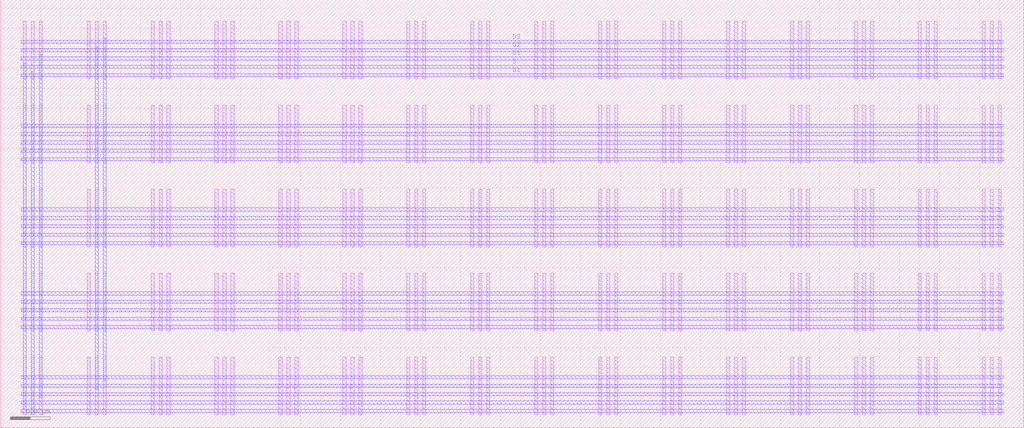
<source format=lef>
MACRO Cap_10f
  ORIGIN 0 0 ;
  FOREIGN Cap_10f 0 0 ;
  SIZE 2.3680 BY 2.4360 ;
  PIN PLUS
    DIRECTION INOUT ;
    USE SIGNAL ;
    PORT
      LAYER M2 ;
        RECT 0.0280 0.0680 2.3400 0.1000 ;
    END
  END PLUS
  PIN MINUS
    DIRECTION INOUT ;
    USE SIGNAL ;
    PORT
      LAYER M2 ;
        RECT 0.0280 2.3360 2.3400 2.3680 ;
    END
  END MINUS
  OBS
    LAYER M1 ;
      RECT 0.0480 0.0480 0.0800 2.3880 ;
    LAYER M3 ;
      RECT 0.0480 0.0480 0.0800 2.3880 ;
    LAYER M1 ;
      RECT 0.1120 0.0480 0.1440 2.3880 ;
    LAYER M3 ;
      RECT 0.1120 0.0480 0.1440 2.3880 ;
    LAYER M1 ;
      RECT 0.1760 0.0480 0.2080 2.3880 ;
    LAYER M3 ;
      RECT 0.1760 0.0480 0.2080 2.3880 ;
    LAYER M1 ;
      RECT 0.2400 0.0480 0.2720 2.3880 ;
    LAYER M3 ;
      RECT 0.2400 0.0480 0.2720 2.3880 ;
    LAYER M1 ;
      RECT 0.3040 0.0480 0.3360 2.3880 ;
    LAYER M3 ;
      RECT 0.3040 0.0480 0.3360 2.3880 ;
    LAYER M1 ;
      RECT 0.3680 0.0480 0.4000 2.3880 ;
    LAYER M3 ;
      RECT 0.3680 0.0480 0.4000 2.3880 ;
    LAYER M1 ;
      RECT 0.4320 0.0480 0.4640 2.3880 ;
    LAYER M3 ;
      RECT 0.4320 0.0480 0.4640 2.3880 ;
    LAYER M1 ;
      RECT 0.4960 0.0480 0.5280 2.3880 ;
    LAYER M3 ;
      RECT 0.4960 0.0480 0.5280 2.3880 ;
    LAYER M1 ;
      RECT 0.5600 0.0480 0.5920 2.3880 ;
    LAYER M3 ;
      RECT 0.5600 0.0480 0.5920 2.3880 ;
    LAYER M1 ;
      RECT 0.6240 0.0480 0.6560 2.3880 ;
    LAYER M3 ;
      RECT 0.6240 0.0480 0.6560 2.3880 ;
    LAYER M1 ;
      RECT 0.6880 0.0480 0.7200 2.3880 ;
    LAYER M3 ;
      RECT 0.6880 0.0480 0.7200 2.3880 ;
    LAYER M1 ;
      RECT 0.7520 0.0480 0.7840 2.3880 ;
    LAYER M3 ;
      RECT 0.7520 0.0480 0.7840 2.3880 ;
    LAYER M1 ;
      RECT 0.8160 0.0480 0.8480 2.3880 ;
    LAYER M3 ;
      RECT 0.8160 0.0480 0.8480 2.3880 ;
    LAYER M1 ;
      RECT 0.8800 0.0480 0.9120 2.3880 ;
    LAYER M3 ;
      RECT 0.8800 0.0480 0.9120 2.3880 ;
    LAYER M1 ;
      RECT 0.9440 0.0480 0.9760 2.3880 ;
    LAYER M3 ;
      RECT 0.9440 0.0480 0.9760 2.3880 ;
    LAYER M1 ;
      RECT 1.0080 0.0480 1.0400 2.3880 ;
    LAYER M3 ;
      RECT 1.0080 0.0480 1.0400 2.3880 ;
    LAYER M1 ;
      RECT 1.0720 0.0480 1.1040 2.3880 ;
    LAYER M3 ;
      RECT 1.0720 0.0480 1.1040 2.3880 ;
    LAYER M1 ;
      RECT 1.1360 0.0480 1.1680 2.3880 ;
    LAYER M3 ;
      RECT 1.1360 0.0480 1.1680 2.3880 ;
    LAYER M1 ;
      RECT 1.2000 0.0480 1.2320 2.3880 ;
    LAYER M3 ;
      RECT 1.2000 0.0480 1.2320 2.3880 ;
    LAYER M1 ;
      RECT 1.2640 0.0480 1.2960 2.3880 ;
    LAYER M3 ;
      RECT 1.2640 0.0480 1.2960 2.3880 ;
    LAYER M1 ;
      RECT 1.3280 0.0480 1.3600 2.3880 ;
    LAYER M3 ;
      RECT 1.3280 0.0480 1.3600 2.3880 ;
    LAYER M1 ;
      RECT 1.3920 0.0480 1.4240 2.3880 ;
    LAYER M3 ;
      RECT 1.3920 0.0480 1.4240 2.3880 ;
    LAYER M1 ;
      RECT 1.4560 0.0480 1.4880 2.3880 ;
    LAYER M3 ;
      RECT 1.4560 0.0480 1.4880 2.3880 ;
    LAYER M1 ;
      RECT 1.5200 0.0480 1.5520 2.3880 ;
    LAYER M3 ;
      RECT 1.5200 0.0480 1.5520 2.3880 ;
    LAYER M1 ;
      RECT 1.5840 0.0480 1.6160 2.3880 ;
    LAYER M3 ;
      RECT 1.5840 0.0480 1.6160 2.3880 ;
    LAYER M1 ;
      RECT 1.6480 0.0480 1.6800 2.3880 ;
    LAYER M3 ;
      RECT 1.6480 0.0480 1.6800 2.3880 ;
    LAYER M1 ;
      RECT 1.7120 0.0480 1.7440 2.3880 ;
    LAYER M3 ;
      RECT 1.7120 0.0480 1.7440 2.3880 ;
    LAYER M1 ;
      RECT 1.7760 0.0480 1.8080 2.3880 ;
    LAYER M3 ;
      RECT 1.7760 0.0480 1.8080 2.3880 ;
    LAYER M1 ;
      RECT 1.8400 0.0480 1.8720 2.3880 ;
    LAYER M3 ;
      RECT 1.8400 0.0480 1.8720 2.3880 ;
    LAYER M1 ;
      RECT 1.9040 0.0480 1.9360 2.3880 ;
    LAYER M3 ;
      RECT 1.9040 0.0480 1.9360 2.3880 ;
    LAYER M1 ;
      RECT 1.9680 0.0480 2.0000 2.3880 ;
    LAYER M3 ;
      RECT 1.9680 0.0480 2.0000 2.3880 ;
    LAYER M1 ;
      RECT 2.0320 0.0480 2.0640 2.3880 ;
    LAYER M3 ;
      RECT 2.0320 0.0480 2.0640 2.3880 ;
    LAYER M1 ;
      RECT 2.0960 0.0480 2.1280 2.3880 ;
    LAYER M3 ;
      RECT 2.0960 0.0480 2.1280 2.3880 ;
    LAYER M1 ;
      RECT 2.1600 0.0480 2.1920 2.3880 ;
    LAYER M3 ;
      RECT 2.1600 0.0480 2.1920 2.3880 ;
    LAYER M1 ;
      RECT 2.2240 0.0480 2.2560 2.3880 ;
    LAYER M3 ;
      RECT 2.2240 0.0480 2.2560 2.3880 ;
    LAYER M1 ;
      RECT 2.2880 0.0480 2.3200 2.3880 ;
    LAYER M3 ;
      RECT 2.2880 0.0480 2.3200 2.3880 ;
    LAYER M2 ;
      RECT 0.0280 0.1320 2.3400 0.1640 ;
    LAYER M2 ;
      RECT 0.0280 0.1960 2.3400 0.2280 ;
    LAYER M2 ;
      RECT 0.0280 0.2600 2.3400 0.2920 ;
    LAYER M2 ;
      RECT 0.0280 0.3240 2.3400 0.3560 ;
    LAYER M2 ;
      RECT 0.0280 0.3880 2.3400 0.4200 ;
    LAYER M2 ;
      RECT 0.0280 0.4520 2.3400 0.4840 ;
    LAYER M2 ;
      RECT 0.0280 0.5160 2.3400 0.5480 ;
    LAYER M2 ;
      RECT 0.0280 0.5800 2.3400 0.6120 ;
    LAYER M2 ;
      RECT 0.0280 0.6440 2.3400 0.6760 ;
    LAYER M2 ;
      RECT 0.0280 0.7080 2.3400 0.7400 ;
    LAYER M2 ;
      RECT 0.0280 0.7720 2.3400 0.8040 ;
    LAYER M2 ;
      RECT 0.0280 0.8360 2.3400 0.8680 ;
    LAYER M2 ;
      RECT 0.0280 0.9000 2.3400 0.9320 ;
    LAYER M2 ;
      RECT 0.0280 0.9640 2.3400 0.9960 ;
    LAYER M2 ;
      RECT 0.0280 1.0280 2.3400 1.0600 ;
    LAYER M2 ;
      RECT 0.0280 1.0920 2.3400 1.1240 ;
    LAYER M2 ;
      RECT 0.0280 1.1560 2.3400 1.1880 ;
    LAYER M2 ;
      RECT 0.0280 1.2200 2.3400 1.2520 ;
    LAYER M2 ;
      RECT 0.0280 1.2840 2.3400 1.3160 ;
    LAYER M2 ;
      RECT 0.0280 1.3480 2.3400 1.3800 ;
    LAYER M2 ;
      RECT 0.0280 1.4120 2.3400 1.4440 ;
    LAYER M2 ;
      RECT 0.0280 1.4760 2.3400 1.5080 ;
    LAYER M2 ;
      RECT 0.0280 1.5400 2.3400 1.5720 ;
    LAYER M2 ;
      RECT 0.0280 1.6040 2.3400 1.6360 ;
    LAYER M2 ;
      RECT 0.0280 1.6680 2.3400 1.7000 ;
    LAYER M2 ;
      RECT 0.0280 1.7320 2.3400 1.7640 ;
    LAYER M2 ;
      RECT 0.0280 1.7960 2.3400 1.8280 ;
    LAYER M2 ;
      RECT 0.0280 1.8600 2.3400 1.8920 ;
    LAYER M2 ;
      RECT 0.0280 1.9240 2.3400 1.9560 ;
    LAYER M2 ;
      RECT 0.0280 1.9880 2.3400 2.0200 ;
    LAYER M2 ;
      RECT 0.0280 2.0520 2.3400 2.0840 ;
    LAYER M2 ;
      RECT 0.0280 2.1160 2.3400 2.1480 ;
    LAYER M2 ;
      RECT 0.0280 2.1800 2.3400 2.2120 ;
    LAYER M2 ;
      RECT 0.0280 2.2440 2.3400 2.2760 ;
  END
END Cap_10f
MACRO CMB_2_n10_A1_B1
  ORIGIN 0 0 ;
  FOREIGN CMB_2_n10_A1_B1 0 0 ;
  SIZE 3.8400 BY 3.4440 ;
  PIN S
    DIRECTION INOUT ;
    USE SIGNAL ;
    PORT
      LAYER M2 ;
        RECT 0.2040 0.2360 3.6360 0.2680 ;
      LAYER M2 ;
        RECT 0.2040 1.0760 3.6360 1.1080 ;
      LAYER M2 ;
        RECT 0.2040 1.9160 3.6360 1.9480 ;
      LAYER M2 ;
        RECT 0.2040 2.7560 3.6360 2.7880 ;
    END
  END S
  PIN D0
    DIRECTION INOUT ;
    USE SIGNAL ;
    PORT
      LAYER M2 ;
        RECT 0.2040 0.3200 3.6360 0.3520 ;
      LAYER M2 ;
        RECT 0.2040 1.1600 3.6360 1.1920 ;
      LAYER M2 ;
        RECT 0.2040 2.0000 3.6360 2.0320 ;
      LAYER M2 ;
        RECT 0.2040 2.8400 3.6360 2.8720 ;
    END
  END D0
  PIN D1
    DIRECTION INOUT ;
    USE SIGNAL ;
    PORT
      LAYER M2 ;
        RECT 0.2040 0.4040 3.6360 0.4360 ;
      LAYER M2 ;
        RECT 0.2040 1.2440 3.6360 1.2760 ;
      LAYER M2 ;
        RECT 0.2040 2.0840 3.6360 2.1160 ;
      LAYER M2 ;
        RECT 0.2040 2.9240 3.6360 2.9560 ;
    END
  END D1
  PIN D2
    DIRECTION INOUT ;
    USE SIGNAL ;
    PORT
      LAYER M2 ;
        RECT 0.2040 0.4880 3.6360 0.5200 ;
      LAYER M2 ;
        RECT 0.2040 1.3280 3.6360 1.3600 ;
      LAYER M2 ;
        RECT 0.2040 2.1680 3.6360 2.2000 ;
      LAYER M2 ;
        RECT 0.2040 3.0080 3.6360 3.0400 ;
    END
  END D2
  OBS
    LAYER M3 ;
      RECT 0.2240 0.2160 0.2560 2.8080 ;
    LAYER M3 ;
      RECT 0.3040 0.1320 0.3360 2.7240 ;
    LAYER M3 ;
      RECT 0.3840 0.3000 0.4160 2.8920 ;
    LAYER M2 ;
      RECT 0.2040 0.1520 3.6360 0.1840 ;
    LAYER M2 ;
      RECT 0.2040 0.9920 3.6360 1.0240 ;
    LAYER M2 ;
      RECT 0.2040 1.8320 3.6360 1.8640 ;
    LAYER M2 ;
      RECT 0.2040 2.6720 3.6360 2.7040 ;
    LAYER M3 ;
      RECT 0.9440 0.3840 0.9760 2.9760 ;
    LAYER M3 ;
      RECT 1.0240 0.4680 1.0560 3.0600 ;
    LAYER M1 ;
      RECT 0.2240 0.1320 0.2560 0.7080 ;
    LAYER M1 ;
      RECT 2.1440 0.1320 2.1760 0.7080 ;
    LAYER M1 ;
      RECT 2.7840 0.1320 2.8160 0.7080 ;
    LAYER M1 ;
      RECT 0.8640 0.1320 0.8960 0.7080 ;
    LAYER M1 ;
      RECT 1.5040 0.1320 1.5360 0.7080 ;
    LAYER M1 ;
      RECT 3.4240 0.1320 3.4560 0.7080 ;
    LAYER M1 ;
      RECT 0.3840 0.1320 0.4160 0.7080 ;
    LAYER M1 ;
      RECT 2.3040 0.1320 2.3360 0.7080 ;
    LAYER M1 ;
      RECT 2.9440 0.1320 2.9760 0.7080 ;
    LAYER M1 ;
      RECT 1.0240 0.1320 1.0560 0.7080 ;
    LAYER M1 ;
      RECT 1.6640 0.1320 1.6960 0.7080 ;
    LAYER M1 ;
      RECT 3.5840 0.1320 3.6160 0.7080 ;
    LAYER M1 ;
      RECT 0.3040 0.1320 0.3360 0.7080 ;
    LAYER M1 ;
      RECT 2.2240 0.1320 2.2560 0.7080 ;
    LAYER M1 ;
      RECT 2.8640 0.1320 2.8960 0.7080 ;
    LAYER M1 ;
      RECT 0.9440 0.1320 0.9760 0.7080 ;
    LAYER M1 ;
      RECT 1.5840 0.1320 1.6160 0.7080 ;
    LAYER M1 ;
      RECT 3.5040 0.1320 3.5360 0.7080 ;
    LAYER M1 ;
      RECT 0.2240 0.9720 0.2560 1.5480 ;
    LAYER M1 ;
      RECT 2.1440 0.9720 2.1760 1.5480 ;
    LAYER M1 ;
      RECT 2.7840 0.9720 2.8160 1.5480 ;
    LAYER M1 ;
      RECT 0.8640 0.9720 0.8960 1.5480 ;
    LAYER M1 ;
      RECT 1.5040 0.9720 1.5360 1.5480 ;
    LAYER M1 ;
      RECT 3.4240 0.9720 3.4560 1.5480 ;
    LAYER M1 ;
      RECT 0.3840 0.9720 0.4160 1.5480 ;
    LAYER M1 ;
      RECT 2.3040 0.9720 2.3360 1.5480 ;
    LAYER M1 ;
      RECT 2.9440 0.9720 2.9760 1.5480 ;
    LAYER M1 ;
      RECT 1.0240 0.9720 1.0560 1.5480 ;
    LAYER M1 ;
      RECT 1.6640 0.9720 1.6960 1.5480 ;
    LAYER M1 ;
      RECT 3.5840 0.9720 3.6160 1.5480 ;
    LAYER M1 ;
      RECT 0.3040 0.9720 0.3360 1.5480 ;
    LAYER M1 ;
      RECT 2.2240 0.9720 2.2560 1.5480 ;
    LAYER M1 ;
      RECT 2.8640 0.9720 2.8960 1.5480 ;
    LAYER M1 ;
      RECT 0.9440 0.9720 0.9760 1.5480 ;
    LAYER M1 ;
      RECT 1.5840 0.9720 1.6160 1.5480 ;
    LAYER M1 ;
      RECT 3.5040 0.9720 3.5360 1.5480 ;
    LAYER M1 ;
      RECT 0.2240 1.8120 0.2560 2.3880 ;
    LAYER M1 ;
      RECT 2.1440 1.8120 2.1760 2.3880 ;
    LAYER M1 ;
      RECT 2.7840 1.8120 2.8160 2.3880 ;
    LAYER M1 ;
      RECT 0.8640 1.8120 0.8960 2.3880 ;
    LAYER M1 ;
      RECT 1.5040 1.8120 1.5360 2.3880 ;
    LAYER M1 ;
      RECT 3.4240 1.8120 3.4560 2.3880 ;
    LAYER M1 ;
      RECT 0.3840 1.8120 0.4160 2.3880 ;
    LAYER M1 ;
      RECT 2.3040 1.8120 2.3360 2.3880 ;
    LAYER M1 ;
      RECT 2.9440 1.8120 2.9760 2.3880 ;
    LAYER M1 ;
      RECT 1.0240 1.8120 1.0560 2.3880 ;
    LAYER M1 ;
      RECT 1.6640 1.8120 1.6960 2.3880 ;
    LAYER M1 ;
      RECT 3.5840 1.8120 3.6160 2.3880 ;
    LAYER M1 ;
      RECT 0.3040 1.8120 0.3360 2.3880 ;
    LAYER M1 ;
      RECT 2.2240 1.8120 2.2560 2.3880 ;
    LAYER M1 ;
      RECT 2.8640 1.8120 2.8960 2.3880 ;
    LAYER M1 ;
      RECT 0.9440 1.8120 0.9760 2.3880 ;
    LAYER M1 ;
      RECT 1.5840 1.8120 1.6160 2.3880 ;
    LAYER M1 ;
      RECT 3.5040 1.8120 3.5360 2.3880 ;
    LAYER M1 ;
      RECT 0.2240 2.6520 0.2560 3.2280 ;
    LAYER M1 ;
      RECT 2.1440 2.6520 2.1760 3.2280 ;
    LAYER M1 ;
      RECT 2.7840 2.6520 2.8160 3.2280 ;
    LAYER M1 ;
      RECT 0.8640 2.6520 0.8960 3.2280 ;
    LAYER M1 ;
      RECT 1.5040 2.6520 1.5360 3.2280 ;
    LAYER M1 ;
      RECT 3.4240 2.6520 3.4560 3.2280 ;
    LAYER M1 ;
      RECT 0.3840 2.6520 0.4160 3.2280 ;
    LAYER M1 ;
      RECT 2.3040 2.6520 2.3360 3.2280 ;
    LAYER M1 ;
      RECT 2.9440 2.6520 2.9760 3.2280 ;
    LAYER M1 ;
      RECT 1.0240 2.6520 1.0560 3.2280 ;
    LAYER M1 ;
      RECT 1.6640 2.6520 1.6960 3.2280 ;
    LAYER M1 ;
      RECT 3.5840 2.6520 3.6160 3.2280 ;
    LAYER M1 ;
      RECT 0.3040 2.6520 0.3360 3.2280 ;
    LAYER M1 ;
      RECT 2.2240 2.6520 2.2560 3.2280 ;
    LAYER M1 ;
      RECT 2.8640 2.6520 2.8960 3.2280 ;
    LAYER M1 ;
      RECT 0.9440 2.6520 0.9760 3.2280 ;
    LAYER M1 ;
      RECT 1.5840 2.6520 1.6160 3.2280 ;
    LAYER M1 ;
      RECT 3.5040 2.6520 3.5360 3.2280 ;
  END
END CMB_2_n10_A1_B1
MACRO CMB_4_n10_A1_B1_C2_D4
  ORIGIN 0 0 ;
  FOREIGN CMB_4_n10_A1_B1_C2_D4 0 0 ;
  SIZE 6.4000 BY 6.8040 ;
  PIN S
    DIRECTION INOUT ;
    USE SIGNAL ;
    PORT
      LAYER M2 ;
        RECT 0.2040 0.2360 6.1960 0.2680 ;
      LAYER M2 ;
        RECT 0.2040 1.0760 6.1960 1.1080 ;
      LAYER M2 ;
        RECT 0.2040 1.9160 6.1960 1.9480 ;
      LAYER M2 ;
        RECT 0.2040 2.7560 6.1960 2.7880 ;
      LAYER M2 ;
        RECT 0.2040 3.5960 6.1960 3.6280 ;
      LAYER M2 ;
        RECT 0.2040 4.4360 6.1960 4.4680 ;
      LAYER M2 ;
        RECT 0.2040 5.2760 6.1960 5.3080 ;
      LAYER M2 ;
        RECT 0.2040 6.1160 6.1960 6.1480 ;
    END
  END S
  PIN D0
    DIRECTION INOUT ;
    USE SIGNAL ;
    PORT
      LAYER M2 ;
        RECT 0.2040 0.3200 6.1960 0.3520 ;
      LAYER M2 ;
        RECT 0.2040 1.1600 6.1960 1.1920 ;
      LAYER M2 ;
        RECT 0.2040 2.0000 6.1960 2.0320 ;
      LAYER M2 ;
        RECT 0.2040 2.8400 6.1960 2.8720 ;
      LAYER M2 ;
        RECT 0.2040 3.6800 6.1960 3.7120 ;
      LAYER M2 ;
        RECT 0.2040 4.5200 6.1960 4.5520 ;
      LAYER M2 ;
        RECT 0.2040 5.3600 6.1960 5.3920 ;
      LAYER M2 ;
        RECT 0.2040 6.2000 6.1960 6.2320 ;
    END
  END D0
  PIN D1
    DIRECTION INOUT ;
    USE SIGNAL ;
    PORT
      LAYER M2 ;
        RECT 0.2040 0.4040 6.1960 0.4360 ;
      LAYER M2 ;
        RECT 0.2040 1.2440 6.1960 1.2760 ;
      LAYER M2 ;
        RECT 0.2040 2.0840 6.1960 2.1160 ;
      LAYER M2 ;
        RECT 0.2040 2.9240 6.1960 2.9560 ;
      LAYER M2 ;
        RECT 0.2040 3.7640 6.1960 3.7960 ;
      LAYER M2 ;
        RECT 0.2040 4.6040 6.1960 4.6360 ;
      LAYER M2 ;
        RECT 0.2040 5.4440 6.1960 5.4760 ;
      LAYER M2 ;
        RECT 0.2040 6.2840 6.1960 6.3160 ;
    END
  END D1
  PIN D2
    DIRECTION INOUT ;
    USE SIGNAL ;
    PORT
      LAYER M2 ;
        RECT 0.2040 0.4880 6.1960 0.5200 ;
      LAYER M2 ;
        RECT 0.2040 1.3280 6.1960 1.3600 ;
      LAYER M2 ;
        RECT 0.2040 2.1680 6.1960 2.2000 ;
      LAYER M2 ;
        RECT 0.2040 3.0080 6.1960 3.0400 ;
      LAYER M2 ;
        RECT 0.2040 3.8480 6.1960 3.8800 ;
      LAYER M2 ;
        RECT 0.2040 4.6880 6.1960 4.7200 ;
      LAYER M2 ;
        RECT 0.2040 5.5280 6.1960 5.5600 ;
      LAYER M2 ;
        RECT 0.2040 6.3680 6.1960 6.4000 ;
    END
  END D2
  PIN D3
    DIRECTION INOUT ;
    USE SIGNAL ;
    PORT
      LAYER M2 ;
        RECT 0.2040 0.5720 6.1960 0.6040 ;
      LAYER M2 ;
        RECT 0.2040 1.4120 6.1960 1.4440 ;
      LAYER M2 ;
        RECT 0.2040 2.2520 6.1960 2.2840 ;
      LAYER M2 ;
        RECT 0.2040 3.0920 6.1960 3.1240 ;
      LAYER M2 ;
        RECT 0.2040 3.9320 6.1960 3.9640 ;
      LAYER M2 ;
        RECT 0.2040 4.7720 6.1960 4.8040 ;
      LAYER M2 ;
        RECT 0.2040 5.6120 6.1960 5.6440 ;
      LAYER M2 ;
        RECT 0.2040 6.4520 6.1960 6.4840 ;
    END
  END D3
  PIN D4
    DIRECTION INOUT ;
    USE SIGNAL ;
    PORT
      LAYER M2 ;
        RECT 0.2040 0.6560 6.1960 0.6880 ;
      LAYER M2 ;
        RECT 0.2040 1.4960 6.1960 1.5280 ;
      LAYER M2 ;
        RECT 0.2040 2.3360 6.1960 2.3680 ;
      LAYER M2 ;
        RECT 0.2040 3.1760 6.1960 3.2080 ;
      LAYER M2 ;
        RECT 0.2040 4.0160 6.1960 4.0480 ;
      LAYER M2 ;
        RECT 0.2040 4.8560 6.1960 4.8880 ;
      LAYER M2 ;
        RECT 0.2040 5.6960 6.1960 5.7280 ;
      LAYER M2 ;
        RECT 0.2040 6.5360 6.1960 6.5680 ;
    END
  END D4
  OBS
    LAYER M3 ;
      RECT 0.2240 0.2160 0.2560 6.1680 ;
    LAYER M3 ;
      RECT 0.3040 0.1320 0.3360 6.0840 ;
    LAYER M3 ;
      RECT 0.3840 0.3000 0.4160 6.2520 ;
    LAYER M2 ;
      RECT 0.2040 0.1520 6.1960 0.1840 ;
    LAYER M2 ;
      RECT 0.2040 0.9920 6.1960 1.0240 ;
    LAYER M2 ;
      RECT 0.2040 1.8320 6.1960 1.8640 ;
    LAYER M2 ;
      RECT 0.2040 2.6720 6.1960 2.7040 ;
    LAYER M2 ;
      RECT 0.2040 3.5120 6.1960 3.5440 ;
    LAYER M2 ;
      RECT 0.2040 4.3520 6.1960 4.3840 ;
    LAYER M2 ;
      RECT 0.2040 5.1920 6.1960 5.2240 ;
    LAYER M2 ;
      RECT 0.2040 6.0320 6.1960 6.0640 ;
    LAYER M3 ;
      RECT 0.9440 0.3840 0.9760 6.3360 ;
    LAYER M3 ;
      RECT 1.0240 0.4680 1.0560 6.4200 ;
    LAYER M3 ;
      RECT 1.5840 0.5520 1.6160 6.5040 ;
    LAYER M3 ;
      RECT 1.6640 0.6360 1.6960 6.5880 ;
    LAYER M1 ;
      RECT 0.2240 0.1320 0.2560 0.7080 ;
    LAYER M1 ;
      RECT 2.1440 0.1320 2.1760 0.7080 ;
    LAYER M1 ;
      RECT 2.7840 0.1320 2.8160 0.7080 ;
    LAYER M1 ;
      RECT 4.7040 0.1320 4.7360 0.7080 ;
    LAYER M1 ;
      RECT 5.3440 0.1320 5.3760 0.7080 ;
    LAYER M1 ;
      RECT 0.8640 0.1320 0.8960 0.7080 ;
    LAYER M1 ;
      RECT 1.5040 0.1320 1.5360 0.7080 ;
    LAYER M1 ;
      RECT 3.4240 0.1320 3.4560 0.7080 ;
    LAYER M1 ;
      RECT 4.0640 0.1320 4.0960 0.7080 ;
    LAYER M1 ;
      RECT 5.9840 0.1320 6.0160 0.7080 ;
    LAYER M1 ;
      RECT 0.3840 0.1320 0.4160 0.7080 ;
    LAYER M1 ;
      RECT 2.3040 0.1320 2.3360 0.7080 ;
    LAYER M1 ;
      RECT 2.9440 0.1320 2.9760 0.7080 ;
    LAYER M1 ;
      RECT 4.8640 0.1320 4.8960 0.7080 ;
    LAYER M1 ;
      RECT 5.5040 0.1320 5.5360 0.7080 ;
    LAYER M1 ;
      RECT 1.0240 0.1320 1.0560 0.7080 ;
    LAYER M1 ;
      RECT 1.6640 0.1320 1.6960 0.7080 ;
    LAYER M1 ;
      RECT 3.5840 0.1320 3.6160 0.7080 ;
    LAYER M1 ;
      RECT 4.2240 0.1320 4.2560 0.7080 ;
    LAYER M1 ;
      RECT 6.1440 0.1320 6.1760 0.7080 ;
    LAYER M1 ;
      RECT 0.3040 0.1320 0.3360 0.7080 ;
    LAYER M1 ;
      RECT 2.2240 0.1320 2.2560 0.7080 ;
    LAYER M1 ;
      RECT 2.8640 0.1320 2.8960 0.7080 ;
    LAYER M1 ;
      RECT 4.7840 0.1320 4.8160 0.7080 ;
    LAYER M1 ;
      RECT 5.4240 0.1320 5.4560 0.7080 ;
    LAYER M1 ;
      RECT 0.9440 0.1320 0.9760 0.7080 ;
    LAYER M1 ;
      RECT 1.5840 0.1320 1.6160 0.7080 ;
    LAYER M1 ;
      RECT 3.5040 0.1320 3.5360 0.7080 ;
    LAYER M1 ;
      RECT 4.1440 0.1320 4.1760 0.7080 ;
    LAYER M1 ;
      RECT 6.0640 0.1320 6.0960 0.7080 ;
    LAYER M1 ;
      RECT 0.2240 0.9720 0.2560 1.5480 ;
    LAYER M1 ;
      RECT 2.1440 0.9720 2.1760 1.5480 ;
    LAYER M1 ;
      RECT 2.7840 0.9720 2.8160 1.5480 ;
    LAYER M1 ;
      RECT 4.7040 0.9720 4.7360 1.5480 ;
    LAYER M1 ;
      RECT 5.3440 0.9720 5.3760 1.5480 ;
    LAYER M1 ;
      RECT 0.8640 0.9720 0.8960 1.5480 ;
    LAYER M1 ;
      RECT 1.5040 0.9720 1.5360 1.5480 ;
    LAYER M1 ;
      RECT 3.4240 0.9720 3.4560 1.5480 ;
    LAYER M1 ;
      RECT 4.0640 0.9720 4.0960 1.5480 ;
    LAYER M1 ;
      RECT 5.9840 0.9720 6.0160 1.5480 ;
    LAYER M1 ;
      RECT 0.3840 0.9720 0.4160 1.5480 ;
    LAYER M1 ;
      RECT 2.3040 0.9720 2.3360 1.5480 ;
    LAYER M1 ;
      RECT 2.9440 0.9720 2.9760 1.5480 ;
    LAYER M1 ;
      RECT 4.8640 0.9720 4.8960 1.5480 ;
    LAYER M1 ;
      RECT 5.5040 0.9720 5.5360 1.5480 ;
    LAYER M1 ;
      RECT 1.0240 0.9720 1.0560 1.5480 ;
    LAYER M1 ;
      RECT 1.6640 0.9720 1.6960 1.5480 ;
    LAYER M1 ;
      RECT 3.5840 0.9720 3.6160 1.5480 ;
    LAYER M1 ;
      RECT 4.2240 0.9720 4.2560 1.5480 ;
    LAYER M1 ;
      RECT 6.1440 0.9720 6.1760 1.5480 ;
    LAYER M1 ;
      RECT 0.3040 0.9720 0.3360 1.5480 ;
    LAYER M1 ;
      RECT 2.2240 0.9720 2.2560 1.5480 ;
    LAYER M1 ;
      RECT 2.8640 0.9720 2.8960 1.5480 ;
    LAYER M1 ;
      RECT 4.7840 0.9720 4.8160 1.5480 ;
    LAYER M1 ;
      RECT 5.4240 0.9720 5.4560 1.5480 ;
    LAYER M1 ;
      RECT 0.9440 0.9720 0.9760 1.5480 ;
    LAYER M1 ;
      RECT 1.5840 0.9720 1.6160 1.5480 ;
    LAYER M1 ;
      RECT 3.5040 0.9720 3.5360 1.5480 ;
    LAYER M1 ;
      RECT 4.1440 0.9720 4.1760 1.5480 ;
    LAYER M1 ;
      RECT 6.0640 0.9720 6.0960 1.5480 ;
    LAYER M1 ;
      RECT 0.2240 1.8120 0.2560 2.3880 ;
    LAYER M1 ;
      RECT 2.1440 1.8120 2.1760 2.3880 ;
    LAYER M1 ;
      RECT 2.7840 1.8120 2.8160 2.3880 ;
    LAYER M1 ;
      RECT 4.7040 1.8120 4.7360 2.3880 ;
    LAYER M1 ;
      RECT 5.3440 1.8120 5.3760 2.3880 ;
    LAYER M1 ;
      RECT 0.8640 1.8120 0.8960 2.3880 ;
    LAYER M1 ;
      RECT 1.5040 1.8120 1.5360 2.3880 ;
    LAYER M1 ;
      RECT 3.4240 1.8120 3.4560 2.3880 ;
    LAYER M1 ;
      RECT 4.0640 1.8120 4.0960 2.3880 ;
    LAYER M1 ;
      RECT 5.9840 1.8120 6.0160 2.3880 ;
    LAYER M1 ;
      RECT 0.3840 1.8120 0.4160 2.3880 ;
    LAYER M1 ;
      RECT 2.3040 1.8120 2.3360 2.3880 ;
    LAYER M1 ;
      RECT 2.9440 1.8120 2.9760 2.3880 ;
    LAYER M1 ;
      RECT 4.8640 1.8120 4.8960 2.3880 ;
    LAYER M1 ;
      RECT 5.5040 1.8120 5.5360 2.3880 ;
    LAYER M1 ;
      RECT 1.0240 1.8120 1.0560 2.3880 ;
    LAYER M1 ;
      RECT 1.6640 1.8120 1.6960 2.3880 ;
    LAYER M1 ;
      RECT 3.5840 1.8120 3.6160 2.3880 ;
    LAYER M1 ;
      RECT 4.2240 1.8120 4.2560 2.3880 ;
    LAYER M1 ;
      RECT 6.1440 1.8120 6.1760 2.3880 ;
    LAYER M1 ;
      RECT 0.3040 1.8120 0.3360 2.3880 ;
    LAYER M1 ;
      RECT 2.2240 1.8120 2.2560 2.3880 ;
    LAYER M1 ;
      RECT 2.8640 1.8120 2.8960 2.3880 ;
    LAYER M1 ;
      RECT 4.7840 1.8120 4.8160 2.3880 ;
    LAYER M1 ;
      RECT 5.4240 1.8120 5.4560 2.3880 ;
    LAYER M1 ;
      RECT 0.9440 1.8120 0.9760 2.3880 ;
    LAYER M1 ;
      RECT 1.5840 1.8120 1.6160 2.3880 ;
    LAYER M1 ;
      RECT 3.5040 1.8120 3.5360 2.3880 ;
    LAYER M1 ;
      RECT 4.1440 1.8120 4.1760 2.3880 ;
    LAYER M1 ;
      RECT 6.0640 1.8120 6.0960 2.3880 ;
    LAYER M1 ;
      RECT 0.2240 2.6520 0.2560 3.2280 ;
    LAYER M1 ;
      RECT 2.1440 2.6520 2.1760 3.2280 ;
    LAYER M1 ;
      RECT 2.7840 2.6520 2.8160 3.2280 ;
    LAYER M1 ;
      RECT 4.7040 2.6520 4.7360 3.2280 ;
    LAYER M1 ;
      RECT 5.3440 2.6520 5.3760 3.2280 ;
    LAYER M1 ;
      RECT 0.8640 2.6520 0.8960 3.2280 ;
    LAYER M1 ;
      RECT 1.5040 2.6520 1.5360 3.2280 ;
    LAYER M1 ;
      RECT 3.4240 2.6520 3.4560 3.2280 ;
    LAYER M1 ;
      RECT 4.0640 2.6520 4.0960 3.2280 ;
    LAYER M1 ;
      RECT 5.9840 2.6520 6.0160 3.2280 ;
    LAYER M1 ;
      RECT 0.3840 2.6520 0.4160 3.2280 ;
    LAYER M1 ;
      RECT 2.3040 2.6520 2.3360 3.2280 ;
    LAYER M1 ;
      RECT 2.9440 2.6520 2.9760 3.2280 ;
    LAYER M1 ;
      RECT 4.8640 2.6520 4.8960 3.2280 ;
    LAYER M1 ;
      RECT 5.5040 2.6520 5.5360 3.2280 ;
    LAYER M1 ;
      RECT 1.0240 2.6520 1.0560 3.2280 ;
    LAYER M1 ;
      RECT 1.6640 2.6520 1.6960 3.2280 ;
    LAYER M1 ;
      RECT 3.5840 2.6520 3.6160 3.2280 ;
    LAYER M1 ;
      RECT 4.2240 2.6520 4.2560 3.2280 ;
    LAYER M1 ;
      RECT 6.1440 2.6520 6.1760 3.2280 ;
    LAYER M1 ;
      RECT 0.3040 2.6520 0.3360 3.2280 ;
    LAYER M1 ;
      RECT 2.2240 2.6520 2.2560 3.2280 ;
    LAYER M1 ;
      RECT 2.8640 2.6520 2.8960 3.2280 ;
    LAYER M1 ;
      RECT 4.7840 2.6520 4.8160 3.2280 ;
    LAYER M1 ;
      RECT 5.4240 2.6520 5.4560 3.2280 ;
    LAYER M1 ;
      RECT 0.9440 2.6520 0.9760 3.2280 ;
    LAYER M1 ;
      RECT 1.5840 2.6520 1.6160 3.2280 ;
    LAYER M1 ;
      RECT 3.5040 2.6520 3.5360 3.2280 ;
    LAYER M1 ;
      RECT 4.1440 2.6520 4.1760 3.2280 ;
    LAYER M1 ;
      RECT 6.0640 2.6520 6.0960 3.2280 ;
    LAYER M1 ;
      RECT 0.2240 3.4920 0.2560 4.0680 ;
    LAYER M1 ;
      RECT 2.1440 3.4920 2.1760 4.0680 ;
    LAYER M1 ;
      RECT 2.7840 3.4920 2.8160 4.0680 ;
    LAYER M1 ;
      RECT 4.7040 3.4920 4.7360 4.0680 ;
    LAYER M1 ;
      RECT 5.3440 3.4920 5.3760 4.0680 ;
    LAYER M1 ;
      RECT 0.8640 3.4920 0.8960 4.0680 ;
    LAYER M1 ;
      RECT 1.5040 3.4920 1.5360 4.0680 ;
    LAYER M1 ;
      RECT 3.4240 3.4920 3.4560 4.0680 ;
    LAYER M1 ;
      RECT 4.0640 3.4920 4.0960 4.0680 ;
    LAYER M1 ;
      RECT 5.9840 3.4920 6.0160 4.0680 ;
    LAYER M1 ;
      RECT 0.3840 3.4920 0.4160 4.0680 ;
    LAYER M1 ;
      RECT 2.3040 3.4920 2.3360 4.0680 ;
    LAYER M1 ;
      RECT 2.9440 3.4920 2.9760 4.0680 ;
    LAYER M1 ;
      RECT 4.8640 3.4920 4.8960 4.0680 ;
    LAYER M1 ;
      RECT 5.5040 3.4920 5.5360 4.0680 ;
    LAYER M1 ;
      RECT 1.0240 3.4920 1.0560 4.0680 ;
    LAYER M1 ;
      RECT 1.6640 3.4920 1.6960 4.0680 ;
    LAYER M1 ;
      RECT 3.5840 3.4920 3.6160 4.0680 ;
    LAYER M1 ;
      RECT 4.2240 3.4920 4.2560 4.0680 ;
    LAYER M1 ;
      RECT 6.1440 3.4920 6.1760 4.0680 ;
    LAYER M1 ;
      RECT 0.3040 3.4920 0.3360 4.0680 ;
    LAYER M1 ;
      RECT 2.2240 3.4920 2.2560 4.0680 ;
    LAYER M1 ;
      RECT 2.8640 3.4920 2.8960 4.0680 ;
    LAYER M1 ;
      RECT 4.7840 3.4920 4.8160 4.0680 ;
    LAYER M1 ;
      RECT 5.4240 3.4920 5.4560 4.0680 ;
    LAYER M1 ;
      RECT 0.9440 3.4920 0.9760 4.0680 ;
    LAYER M1 ;
      RECT 1.5840 3.4920 1.6160 4.0680 ;
    LAYER M1 ;
      RECT 3.5040 3.4920 3.5360 4.0680 ;
    LAYER M1 ;
      RECT 4.1440 3.4920 4.1760 4.0680 ;
    LAYER M1 ;
      RECT 6.0640 3.4920 6.0960 4.0680 ;
    LAYER M1 ;
      RECT 0.2240 4.3320 0.2560 4.9080 ;
    LAYER M1 ;
      RECT 2.1440 4.3320 2.1760 4.9080 ;
    LAYER M1 ;
      RECT 2.7840 4.3320 2.8160 4.9080 ;
    LAYER M1 ;
      RECT 4.7040 4.3320 4.7360 4.9080 ;
    LAYER M1 ;
      RECT 5.3440 4.3320 5.3760 4.9080 ;
    LAYER M1 ;
      RECT 0.8640 4.3320 0.8960 4.9080 ;
    LAYER M1 ;
      RECT 1.5040 4.3320 1.5360 4.9080 ;
    LAYER M1 ;
      RECT 3.4240 4.3320 3.4560 4.9080 ;
    LAYER M1 ;
      RECT 4.0640 4.3320 4.0960 4.9080 ;
    LAYER M1 ;
      RECT 5.9840 4.3320 6.0160 4.9080 ;
    LAYER M1 ;
      RECT 0.3840 4.3320 0.4160 4.9080 ;
    LAYER M1 ;
      RECT 2.3040 4.3320 2.3360 4.9080 ;
    LAYER M1 ;
      RECT 2.9440 4.3320 2.9760 4.9080 ;
    LAYER M1 ;
      RECT 4.8640 4.3320 4.8960 4.9080 ;
    LAYER M1 ;
      RECT 5.5040 4.3320 5.5360 4.9080 ;
    LAYER M1 ;
      RECT 1.0240 4.3320 1.0560 4.9080 ;
    LAYER M1 ;
      RECT 1.6640 4.3320 1.6960 4.9080 ;
    LAYER M1 ;
      RECT 3.5840 4.3320 3.6160 4.9080 ;
    LAYER M1 ;
      RECT 4.2240 4.3320 4.2560 4.9080 ;
    LAYER M1 ;
      RECT 6.1440 4.3320 6.1760 4.9080 ;
    LAYER M1 ;
      RECT 0.3040 4.3320 0.3360 4.9080 ;
    LAYER M1 ;
      RECT 2.2240 4.3320 2.2560 4.9080 ;
    LAYER M1 ;
      RECT 2.8640 4.3320 2.8960 4.9080 ;
    LAYER M1 ;
      RECT 4.7840 4.3320 4.8160 4.9080 ;
    LAYER M1 ;
      RECT 5.4240 4.3320 5.4560 4.9080 ;
    LAYER M1 ;
      RECT 0.9440 4.3320 0.9760 4.9080 ;
    LAYER M1 ;
      RECT 1.5840 4.3320 1.6160 4.9080 ;
    LAYER M1 ;
      RECT 3.5040 4.3320 3.5360 4.9080 ;
    LAYER M1 ;
      RECT 4.1440 4.3320 4.1760 4.9080 ;
    LAYER M1 ;
      RECT 6.0640 4.3320 6.0960 4.9080 ;
    LAYER M1 ;
      RECT 0.2240 5.1720 0.2560 5.7480 ;
    LAYER M1 ;
      RECT 2.1440 5.1720 2.1760 5.7480 ;
    LAYER M1 ;
      RECT 2.7840 5.1720 2.8160 5.7480 ;
    LAYER M1 ;
      RECT 4.7040 5.1720 4.7360 5.7480 ;
    LAYER M1 ;
      RECT 5.3440 5.1720 5.3760 5.7480 ;
    LAYER M1 ;
      RECT 0.8640 5.1720 0.8960 5.7480 ;
    LAYER M1 ;
      RECT 1.5040 5.1720 1.5360 5.7480 ;
    LAYER M1 ;
      RECT 3.4240 5.1720 3.4560 5.7480 ;
    LAYER M1 ;
      RECT 4.0640 5.1720 4.0960 5.7480 ;
    LAYER M1 ;
      RECT 5.9840 5.1720 6.0160 5.7480 ;
    LAYER M1 ;
      RECT 0.3840 5.1720 0.4160 5.7480 ;
    LAYER M1 ;
      RECT 2.3040 5.1720 2.3360 5.7480 ;
    LAYER M1 ;
      RECT 2.9440 5.1720 2.9760 5.7480 ;
    LAYER M1 ;
      RECT 4.8640 5.1720 4.8960 5.7480 ;
    LAYER M1 ;
      RECT 5.5040 5.1720 5.5360 5.7480 ;
    LAYER M1 ;
      RECT 1.0240 5.1720 1.0560 5.7480 ;
    LAYER M1 ;
      RECT 1.6640 5.1720 1.6960 5.7480 ;
    LAYER M1 ;
      RECT 3.5840 5.1720 3.6160 5.7480 ;
    LAYER M1 ;
      RECT 4.2240 5.1720 4.2560 5.7480 ;
    LAYER M1 ;
      RECT 6.1440 5.1720 6.1760 5.7480 ;
    LAYER M1 ;
      RECT 0.3040 5.1720 0.3360 5.7480 ;
    LAYER M1 ;
      RECT 2.2240 5.1720 2.2560 5.7480 ;
    LAYER M1 ;
      RECT 2.8640 5.1720 2.8960 5.7480 ;
    LAYER M1 ;
      RECT 4.7840 5.1720 4.8160 5.7480 ;
    LAYER M1 ;
      RECT 5.4240 5.1720 5.4560 5.7480 ;
    LAYER M1 ;
      RECT 0.9440 5.1720 0.9760 5.7480 ;
    LAYER M1 ;
      RECT 1.5840 5.1720 1.6160 5.7480 ;
    LAYER M1 ;
      RECT 3.5040 5.1720 3.5360 5.7480 ;
    LAYER M1 ;
      RECT 4.1440 5.1720 4.1760 5.7480 ;
    LAYER M1 ;
      RECT 6.0640 5.1720 6.0960 5.7480 ;
    LAYER M1 ;
      RECT 0.2240 6.0120 0.2560 6.5880 ;
    LAYER M1 ;
      RECT 2.1440 6.0120 2.1760 6.5880 ;
    LAYER M1 ;
      RECT 2.7840 6.0120 2.8160 6.5880 ;
    LAYER M1 ;
      RECT 4.7040 6.0120 4.7360 6.5880 ;
    LAYER M1 ;
      RECT 5.3440 6.0120 5.3760 6.5880 ;
    LAYER M1 ;
      RECT 0.8640 6.0120 0.8960 6.5880 ;
    LAYER M1 ;
      RECT 1.5040 6.0120 1.5360 6.5880 ;
    LAYER M1 ;
      RECT 3.4240 6.0120 3.4560 6.5880 ;
    LAYER M1 ;
      RECT 4.0640 6.0120 4.0960 6.5880 ;
    LAYER M1 ;
      RECT 5.9840 6.0120 6.0160 6.5880 ;
    LAYER M1 ;
      RECT 0.3840 6.0120 0.4160 6.5880 ;
    LAYER M1 ;
      RECT 2.3040 6.0120 2.3360 6.5880 ;
    LAYER M1 ;
      RECT 2.9440 6.0120 2.9760 6.5880 ;
    LAYER M1 ;
      RECT 4.8640 6.0120 4.8960 6.5880 ;
    LAYER M1 ;
      RECT 5.5040 6.0120 5.5360 6.5880 ;
    LAYER M1 ;
      RECT 1.0240 6.0120 1.0560 6.5880 ;
    LAYER M1 ;
      RECT 1.6640 6.0120 1.6960 6.5880 ;
    LAYER M1 ;
      RECT 3.5840 6.0120 3.6160 6.5880 ;
    LAYER M1 ;
      RECT 4.2240 6.0120 4.2560 6.5880 ;
    LAYER M1 ;
      RECT 6.1440 6.0120 6.1760 6.5880 ;
    LAYER M1 ;
      RECT 0.3040 6.0120 0.3360 6.5880 ;
    LAYER M1 ;
      RECT 2.2240 6.0120 2.2560 6.5880 ;
    LAYER M1 ;
      RECT 2.8640 6.0120 2.8960 6.5880 ;
    LAYER M1 ;
      RECT 4.7840 6.0120 4.8160 6.5880 ;
    LAYER M1 ;
      RECT 5.4240 6.0120 5.4560 6.5880 ;
    LAYER M1 ;
      RECT 0.9440 6.0120 0.9760 6.5880 ;
    LAYER M1 ;
      RECT 1.5840 6.0120 1.6160 6.5880 ;
    LAYER M1 ;
      RECT 3.5040 6.0120 3.5360 6.5880 ;
    LAYER M1 ;
      RECT 4.1440 6.0120 4.1760 6.5880 ;
    LAYER M1 ;
      RECT 6.0640 6.0120 6.0960 6.5880 ;
  END
END CMB_4_n10_A1_B1_C2_D4
MACRO DP_NMOS_n10_X5_Y2
  ORIGIN 0 0 ;
  FOREIGN DP_NMOS_n10_X5_Y2 0 0 ;
  SIZE 6.4000 BY 1.7640 ;
  PIN S
    DIRECTION INOUT ;
    USE SIGNAL ;
    PORT
      LAYER M2 ;
        RECT 0.2040 0.2360 6.1960 0.2680 ;
      LAYER M2 ;
        RECT 0.2040 1.0760 6.1960 1.1080 ;
    END
  END S
  PIN G1
    DIRECTION INOUT ;
    USE SIGNAL ;
    PORT
      LAYER M2 ;
        RECT 0.2040 0.1520 6.1960 0.1840 ;
      LAYER M2 ;
        RECT 0.2040 0.9920 6.1960 1.0240 ;
    END
  END G1
  PIN G2
    DIRECTION INOUT ;
    USE SIGNAL ;
    PORT
      LAYER M2 ;
        RECT 0.2040 0.4040 6.1960 0.4360 ;
      LAYER M2 ;
        RECT 0.2040 1.2440 6.1960 1.2760 ;
    END
  END G2
  PIN D1
    DIRECTION INOUT ;
    USE SIGNAL ;
    PORT
      LAYER M2 ;
        RECT 0.2040 0.3200 6.1960 0.3520 ;
      LAYER M2 ;
        RECT 0.2040 1.1600 6.1960 1.1920 ;
    END
  END D1
  PIN D2
    DIRECTION INOUT ;
    USE SIGNAL ;
    PORT
      LAYER M2 ;
        RECT 0.2040 0.4880 6.1960 0.5200 ;
      LAYER M2 ;
        RECT 0.2040 1.3280 6.1960 1.3600 ;
    END
  END D2
  OBS
    LAYER M3 ;
      RECT 0.2240 0.2160 0.2560 1.1280 ;
    LAYER M3 ;
      RECT 0.3040 0.1320 0.3360 1.0440 ;
    LAYER M3 ;
      RECT 0.3840 0.3000 0.4160 1.2120 ;
    LAYER M3 ;
      RECT 0.9440 0.3840 0.9760 1.2960 ;
    LAYER M3 ;
      RECT 1.0240 0.4680 1.0560 1.3800 ;
    LAYER M1 ;
      RECT 0.2240 0.1320 0.2560 0.7080 ;
    LAYER M1 ;
      RECT 2.1440 0.1320 2.1760 0.7080 ;
    LAYER M1 ;
      RECT 2.7840 0.1320 2.8160 0.7080 ;
    LAYER M1 ;
      RECT 4.7040 0.1320 4.7360 0.7080 ;
    LAYER M1 ;
      RECT 5.3440 0.1320 5.3760 0.7080 ;
    LAYER M1 ;
      RECT 0.8640 0.1320 0.8960 0.7080 ;
    LAYER M1 ;
      RECT 1.5040 0.1320 1.5360 0.7080 ;
    LAYER M1 ;
      RECT 3.4240 0.1320 3.4560 0.7080 ;
    LAYER M1 ;
      RECT 4.0640 0.1320 4.0960 0.7080 ;
    LAYER M1 ;
      RECT 5.9840 0.1320 6.0160 0.7080 ;
    LAYER M1 ;
      RECT 0.3840 0.1320 0.4160 0.7080 ;
    LAYER M1 ;
      RECT 2.3040 0.1320 2.3360 0.7080 ;
    LAYER M1 ;
      RECT 2.9440 0.1320 2.9760 0.7080 ;
    LAYER M1 ;
      RECT 4.8640 0.1320 4.8960 0.7080 ;
    LAYER M1 ;
      RECT 5.5040 0.1320 5.5360 0.7080 ;
    LAYER M1 ;
      RECT 1.0240 0.1320 1.0560 0.7080 ;
    LAYER M1 ;
      RECT 1.6640 0.1320 1.6960 0.7080 ;
    LAYER M1 ;
      RECT 3.5840 0.1320 3.6160 0.7080 ;
    LAYER M1 ;
      RECT 4.2240 0.1320 4.2560 0.7080 ;
    LAYER M1 ;
      RECT 6.1440 0.1320 6.1760 0.7080 ;
    LAYER M1 ;
      RECT 0.3040 0.1320 0.3360 0.7080 ;
    LAYER M1 ;
      RECT 2.2240 0.1320 2.2560 0.7080 ;
    LAYER M1 ;
      RECT 2.8640 0.1320 2.8960 0.7080 ;
    LAYER M1 ;
      RECT 4.7840 0.1320 4.8160 0.7080 ;
    LAYER M1 ;
      RECT 5.4240 0.1320 5.4560 0.7080 ;
    LAYER M1 ;
      RECT 0.9440 0.1320 0.9760 0.7080 ;
    LAYER M1 ;
      RECT 1.5840 0.1320 1.6160 0.7080 ;
    LAYER M1 ;
      RECT 3.5040 0.1320 3.5360 0.7080 ;
    LAYER M1 ;
      RECT 4.1440 0.1320 4.1760 0.7080 ;
    LAYER M1 ;
      RECT 6.0640 0.1320 6.0960 0.7080 ;
    LAYER M1 ;
      RECT 0.2240 0.9720 0.2560 1.5480 ;
    LAYER M1 ;
      RECT 2.1440 0.9720 2.1760 1.5480 ;
    LAYER M1 ;
      RECT 2.7840 0.9720 2.8160 1.5480 ;
    LAYER M1 ;
      RECT 4.7040 0.9720 4.7360 1.5480 ;
    LAYER M1 ;
      RECT 5.3440 0.9720 5.3760 1.5480 ;
    LAYER M1 ;
      RECT 0.8640 0.9720 0.8960 1.5480 ;
    LAYER M1 ;
      RECT 1.5040 0.9720 1.5360 1.5480 ;
    LAYER M1 ;
      RECT 3.4240 0.9720 3.4560 1.5480 ;
    LAYER M1 ;
      RECT 4.0640 0.9720 4.0960 1.5480 ;
    LAYER M1 ;
      RECT 5.9840 0.9720 6.0160 1.5480 ;
    LAYER M1 ;
      RECT 0.3840 0.9720 0.4160 1.5480 ;
    LAYER M1 ;
      RECT 2.3040 0.9720 2.3360 1.5480 ;
    LAYER M1 ;
      RECT 2.9440 0.9720 2.9760 1.5480 ;
    LAYER M1 ;
      RECT 4.8640 0.9720 4.8960 1.5480 ;
    LAYER M1 ;
      RECT 5.5040 0.9720 5.5360 1.5480 ;
    LAYER M1 ;
      RECT 1.0240 0.9720 1.0560 1.5480 ;
    LAYER M1 ;
      RECT 1.6640 0.9720 1.6960 1.5480 ;
    LAYER M1 ;
      RECT 3.5840 0.9720 3.6160 1.5480 ;
    LAYER M1 ;
      RECT 4.2240 0.9720 4.2560 1.5480 ;
    LAYER M1 ;
      RECT 6.1440 0.9720 6.1760 1.5480 ;
    LAYER M1 ;
      RECT 0.3040 0.9720 0.3360 1.5480 ;
    LAYER M1 ;
      RECT 2.2240 0.9720 2.2560 1.5480 ;
    LAYER M1 ;
      RECT 2.8640 0.9720 2.8960 1.5480 ;
    LAYER M1 ;
      RECT 4.7840 0.9720 4.8160 1.5480 ;
    LAYER M1 ;
      RECT 5.4240 0.9720 5.4560 1.5480 ;
    LAYER M1 ;
      RECT 0.9440 0.9720 0.9760 1.5480 ;
    LAYER M1 ;
      RECT 1.5840 0.9720 1.6160 1.5480 ;
    LAYER M1 ;
      RECT 3.5040 0.9720 3.5360 1.5480 ;
    LAYER M1 ;
      RECT 4.1440 0.9720 4.1760 1.5480 ;
    LAYER M1 ;
      RECT 6.0640 0.9720 6.0960 1.5480 ;
  END
END DP_NMOS_n10_X5_Y2
MACRO DP_NMOS_n10_X5_Y4
  ORIGIN 0 0 ;
  FOREIGN DP_NMOS_n10_X5_Y4 0 0 ;
  SIZE 6.4000 BY 3.4440 ;
  PIN S
    DIRECTION INOUT ;
    USE SIGNAL ;
    PORT
      LAYER M2 ;
        RECT 0.2040 0.2360 6.1960 0.2680 ;
      LAYER M2 ;
        RECT 0.2040 1.0760 6.1960 1.1080 ;
      LAYER M2 ;
        RECT 0.2040 1.9160 6.1960 1.9480 ;
      LAYER M2 ;
        RECT 0.2040 2.7560 6.1960 2.7880 ;
    END
  END S
  PIN G1
    DIRECTION INOUT ;
    USE SIGNAL ;
    PORT
      LAYER M2 ;
        RECT 0.2040 0.1520 6.1960 0.1840 ;
      LAYER M2 ;
        RECT 0.2040 0.9920 6.1960 1.0240 ;
      LAYER M2 ;
        RECT 0.2040 1.8320 6.1960 1.8640 ;
      LAYER M2 ;
        RECT 0.2040 2.6720 6.1960 2.7040 ;
    END
  END G1
  PIN G2
    DIRECTION INOUT ;
    USE SIGNAL ;
    PORT
      LAYER M2 ;
        RECT 0.2040 0.4040 6.1960 0.4360 ;
      LAYER M2 ;
        RECT 0.2040 1.2440 6.1960 1.2760 ;
      LAYER M2 ;
        RECT 0.2040 2.0840 6.1960 2.1160 ;
      LAYER M2 ;
        RECT 0.2040 2.9240 6.1960 2.9560 ;
    END
  END G2
  PIN D1
    DIRECTION INOUT ;
    USE SIGNAL ;
    PORT
      LAYER M2 ;
        RECT 0.2040 0.3200 6.1960 0.3520 ;
      LAYER M2 ;
        RECT 0.2040 1.1600 6.1960 1.1920 ;
      LAYER M2 ;
        RECT 0.2040 2.0000 6.1960 2.0320 ;
      LAYER M2 ;
        RECT 0.2040 2.8400 6.1960 2.8720 ;
    END
  END D1
  PIN D2
    DIRECTION INOUT ;
    USE SIGNAL ;
    PORT
      LAYER M2 ;
        RECT 0.2040 0.4880 6.1960 0.5200 ;
      LAYER M2 ;
        RECT 0.2040 1.3280 6.1960 1.3600 ;
      LAYER M2 ;
        RECT 0.2040 2.1680 6.1960 2.2000 ;
      LAYER M2 ;
        RECT 0.2040 3.0080 6.1960 3.0400 ;
    END
  END D2
  OBS
    LAYER M3 ;
      RECT 0.2240 0.2160 0.2560 2.8080 ;
    LAYER M3 ;
      RECT 0.3040 0.1320 0.3360 2.7240 ;
    LAYER M3 ;
      RECT 0.3840 0.3000 0.4160 2.8920 ;
    LAYER M3 ;
      RECT 0.9440 0.3840 0.9760 2.9760 ;
    LAYER M3 ;
      RECT 1.0240 0.4680 1.0560 3.0600 ;
    LAYER M1 ;
      RECT 0.2240 0.1320 0.2560 0.7080 ;
    LAYER M1 ;
      RECT 2.1440 0.1320 2.1760 0.7080 ;
    LAYER M1 ;
      RECT 2.7840 0.1320 2.8160 0.7080 ;
    LAYER M1 ;
      RECT 4.7040 0.1320 4.7360 0.7080 ;
    LAYER M1 ;
      RECT 5.3440 0.1320 5.3760 0.7080 ;
    LAYER M1 ;
      RECT 0.8640 0.1320 0.8960 0.7080 ;
    LAYER M1 ;
      RECT 1.5040 0.1320 1.5360 0.7080 ;
    LAYER M1 ;
      RECT 3.4240 0.1320 3.4560 0.7080 ;
    LAYER M1 ;
      RECT 4.0640 0.1320 4.0960 0.7080 ;
    LAYER M1 ;
      RECT 5.9840 0.1320 6.0160 0.7080 ;
    LAYER M1 ;
      RECT 0.3840 0.1320 0.4160 0.7080 ;
    LAYER M1 ;
      RECT 2.3040 0.1320 2.3360 0.7080 ;
    LAYER M1 ;
      RECT 2.9440 0.1320 2.9760 0.7080 ;
    LAYER M1 ;
      RECT 4.8640 0.1320 4.8960 0.7080 ;
    LAYER M1 ;
      RECT 5.5040 0.1320 5.5360 0.7080 ;
    LAYER M1 ;
      RECT 1.0240 0.1320 1.0560 0.7080 ;
    LAYER M1 ;
      RECT 1.6640 0.1320 1.6960 0.7080 ;
    LAYER M1 ;
      RECT 3.5840 0.1320 3.6160 0.7080 ;
    LAYER M1 ;
      RECT 4.2240 0.1320 4.2560 0.7080 ;
    LAYER M1 ;
      RECT 6.1440 0.1320 6.1760 0.7080 ;
    LAYER M1 ;
      RECT 0.3040 0.1320 0.3360 0.7080 ;
    LAYER M1 ;
      RECT 2.2240 0.1320 2.2560 0.7080 ;
    LAYER M1 ;
      RECT 2.8640 0.1320 2.8960 0.7080 ;
    LAYER M1 ;
      RECT 4.7840 0.1320 4.8160 0.7080 ;
    LAYER M1 ;
      RECT 5.4240 0.1320 5.4560 0.7080 ;
    LAYER M1 ;
      RECT 0.9440 0.1320 0.9760 0.7080 ;
    LAYER M1 ;
      RECT 1.5840 0.1320 1.6160 0.7080 ;
    LAYER M1 ;
      RECT 3.5040 0.1320 3.5360 0.7080 ;
    LAYER M1 ;
      RECT 4.1440 0.1320 4.1760 0.7080 ;
    LAYER M1 ;
      RECT 6.0640 0.1320 6.0960 0.7080 ;
    LAYER M1 ;
      RECT 0.2240 0.9720 0.2560 1.5480 ;
    LAYER M1 ;
      RECT 2.1440 0.9720 2.1760 1.5480 ;
    LAYER M1 ;
      RECT 2.7840 0.9720 2.8160 1.5480 ;
    LAYER M1 ;
      RECT 4.7040 0.9720 4.7360 1.5480 ;
    LAYER M1 ;
      RECT 5.3440 0.9720 5.3760 1.5480 ;
    LAYER M1 ;
      RECT 0.8640 0.9720 0.8960 1.5480 ;
    LAYER M1 ;
      RECT 1.5040 0.9720 1.5360 1.5480 ;
    LAYER M1 ;
      RECT 3.4240 0.9720 3.4560 1.5480 ;
    LAYER M1 ;
      RECT 4.0640 0.9720 4.0960 1.5480 ;
    LAYER M1 ;
      RECT 5.9840 0.9720 6.0160 1.5480 ;
    LAYER M1 ;
      RECT 0.3840 0.9720 0.4160 1.5480 ;
    LAYER M1 ;
      RECT 2.3040 0.9720 2.3360 1.5480 ;
    LAYER M1 ;
      RECT 2.9440 0.9720 2.9760 1.5480 ;
    LAYER M1 ;
      RECT 4.8640 0.9720 4.8960 1.5480 ;
    LAYER M1 ;
      RECT 5.5040 0.9720 5.5360 1.5480 ;
    LAYER M1 ;
      RECT 1.0240 0.9720 1.0560 1.5480 ;
    LAYER M1 ;
      RECT 1.6640 0.9720 1.6960 1.5480 ;
    LAYER M1 ;
      RECT 3.5840 0.9720 3.6160 1.5480 ;
    LAYER M1 ;
      RECT 4.2240 0.9720 4.2560 1.5480 ;
    LAYER M1 ;
      RECT 6.1440 0.9720 6.1760 1.5480 ;
    LAYER M1 ;
      RECT 0.3040 0.9720 0.3360 1.5480 ;
    LAYER M1 ;
      RECT 2.2240 0.9720 2.2560 1.5480 ;
    LAYER M1 ;
      RECT 2.8640 0.9720 2.8960 1.5480 ;
    LAYER M1 ;
      RECT 4.7840 0.9720 4.8160 1.5480 ;
    LAYER M1 ;
      RECT 5.4240 0.9720 5.4560 1.5480 ;
    LAYER M1 ;
      RECT 0.9440 0.9720 0.9760 1.5480 ;
    LAYER M1 ;
      RECT 1.5840 0.9720 1.6160 1.5480 ;
    LAYER M1 ;
      RECT 3.5040 0.9720 3.5360 1.5480 ;
    LAYER M1 ;
      RECT 4.1440 0.9720 4.1760 1.5480 ;
    LAYER M1 ;
      RECT 6.0640 0.9720 6.0960 1.5480 ;
    LAYER M1 ;
      RECT 0.2240 1.8120 0.2560 2.3880 ;
    LAYER M1 ;
      RECT 2.1440 1.8120 2.1760 2.3880 ;
    LAYER M1 ;
      RECT 2.7840 1.8120 2.8160 2.3880 ;
    LAYER M1 ;
      RECT 4.7040 1.8120 4.7360 2.3880 ;
    LAYER M1 ;
      RECT 5.3440 1.8120 5.3760 2.3880 ;
    LAYER M1 ;
      RECT 0.8640 1.8120 0.8960 2.3880 ;
    LAYER M1 ;
      RECT 1.5040 1.8120 1.5360 2.3880 ;
    LAYER M1 ;
      RECT 3.4240 1.8120 3.4560 2.3880 ;
    LAYER M1 ;
      RECT 4.0640 1.8120 4.0960 2.3880 ;
    LAYER M1 ;
      RECT 5.9840 1.8120 6.0160 2.3880 ;
    LAYER M1 ;
      RECT 0.3840 1.8120 0.4160 2.3880 ;
    LAYER M1 ;
      RECT 2.3040 1.8120 2.3360 2.3880 ;
    LAYER M1 ;
      RECT 2.9440 1.8120 2.9760 2.3880 ;
    LAYER M1 ;
      RECT 4.8640 1.8120 4.8960 2.3880 ;
    LAYER M1 ;
      RECT 5.5040 1.8120 5.5360 2.3880 ;
    LAYER M1 ;
      RECT 1.0240 1.8120 1.0560 2.3880 ;
    LAYER M1 ;
      RECT 1.6640 1.8120 1.6960 2.3880 ;
    LAYER M1 ;
      RECT 3.5840 1.8120 3.6160 2.3880 ;
    LAYER M1 ;
      RECT 4.2240 1.8120 4.2560 2.3880 ;
    LAYER M1 ;
      RECT 6.1440 1.8120 6.1760 2.3880 ;
    LAYER M1 ;
      RECT 0.3040 1.8120 0.3360 2.3880 ;
    LAYER M1 ;
      RECT 2.2240 1.8120 2.2560 2.3880 ;
    LAYER M1 ;
      RECT 2.8640 1.8120 2.8960 2.3880 ;
    LAYER M1 ;
      RECT 4.7840 1.8120 4.8160 2.3880 ;
    LAYER M1 ;
      RECT 5.4240 1.8120 5.4560 2.3880 ;
    LAYER M1 ;
      RECT 0.9440 1.8120 0.9760 2.3880 ;
    LAYER M1 ;
      RECT 1.5840 1.8120 1.6160 2.3880 ;
    LAYER M1 ;
      RECT 3.5040 1.8120 3.5360 2.3880 ;
    LAYER M1 ;
      RECT 4.1440 1.8120 4.1760 2.3880 ;
    LAYER M1 ;
      RECT 6.0640 1.8120 6.0960 2.3880 ;
    LAYER M1 ;
      RECT 0.2240 2.6520 0.2560 3.2280 ;
    LAYER M1 ;
      RECT 2.1440 2.6520 2.1760 3.2280 ;
    LAYER M1 ;
      RECT 2.7840 2.6520 2.8160 3.2280 ;
    LAYER M1 ;
      RECT 4.7040 2.6520 4.7360 3.2280 ;
    LAYER M1 ;
      RECT 5.3440 2.6520 5.3760 3.2280 ;
    LAYER M1 ;
      RECT 0.8640 2.6520 0.8960 3.2280 ;
    LAYER M1 ;
      RECT 1.5040 2.6520 1.5360 3.2280 ;
    LAYER M1 ;
      RECT 3.4240 2.6520 3.4560 3.2280 ;
    LAYER M1 ;
      RECT 4.0640 2.6520 4.0960 3.2280 ;
    LAYER M1 ;
      RECT 5.9840 2.6520 6.0160 3.2280 ;
    LAYER M1 ;
      RECT 0.3840 2.6520 0.4160 3.2280 ;
    LAYER M1 ;
      RECT 2.3040 2.6520 2.3360 3.2280 ;
    LAYER M1 ;
      RECT 2.9440 2.6520 2.9760 3.2280 ;
    LAYER M1 ;
      RECT 4.8640 2.6520 4.8960 3.2280 ;
    LAYER M1 ;
      RECT 5.5040 2.6520 5.5360 3.2280 ;
    LAYER M1 ;
      RECT 1.0240 2.6520 1.0560 3.2280 ;
    LAYER M1 ;
      RECT 1.6640 2.6520 1.6960 3.2280 ;
    LAYER M1 ;
      RECT 3.5840 2.6520 3.6160 3.2280 ;
    LAYER M1 ;
      RECT 4.2240 2.6520 4.2560 3.2280 ;
    LAYER M1 ;
      RECT 6.1440 2.6520 6.1760 3.2280 ;
    LAYER M1 ;
      RECT 0.3040 2.6520 0.3360 3.2280 ;
    LAYER M1 ;
      RECT 2.2240 2.6520 2.2560 3.2280 ;
    LAYER M1 ;
      RECT 2.8640 2.6520 2.8960 3.2280 ;
    LAYER M1 ;
      RECT 4.7840 2.6520 4.8160 3.2280 ;
    LAYER M1 ;
      RECT 5.4240 2.6520 5.4560 3.2280 ;
    LAYER M1 ;
      RECT 0.9440 2.6520 0.9760 3.2280 ;
    LAYER M1 ;
      RECT 1.5840 2.6520 1.6160 3.2280 ;
    LAYER M1 ;
      RECT 3.5040 2.6520 3.5360 3.2280 ;
    LAYER M1 ;
      RECT 4.1440 2.6520 4.1760 3.2280 ;
    LAYER M1 ;
      RECT 6.0640 2.6520 6.0960 3.2280 ;
  END
END DP_NMOS_n10_X5_Y4
MACRO DP_NMOS_n10_X8_Y5
  ORIGIN 0 0 ;
  FOREIGN DP_NMOS_n10_X8_Y5 0 0 ;
  SIZE 10.2400 BY 4.2840 ;
  PIN S
    DIRECTION INOUT ;
    USE SIGNAL ;
    PORT
      LAYER M2 ;
        RECT 0.2040 0.2360 10.0360 0.2680 ;
      LAYER M2 ;
        RECT 0.2040 1.0760 10.0360 1.1080 ;
      LAYER M2 ;
        RECT 0.2040 1.9160 10.0360 1.9480 ;
      LAYER M2 ;
        RECT 0.2040 2.7560 10.0360 2.7880 ;
      LAYER M2 ;
        RECT 0.2040 3.5960 10.0360 3.6280 ;
    END
  END S
  PIN G1
    DIRECTION INOUT ;
    USE SIGNAL ;
    PORT
      LAYER M2 ;
        RECT 0.2040 0.1520 10.0360 0.1840 ;
      LAYER M2 ;
        RECT 0.2040 0.9920 10.0360 1.0240 ;
      LAYER M2 ;
        RECT 0.2040 1.8320 10.0360 1.8640 ;
      LAYER M2 ;
        RECT 0.2040 2.6720 10.0360 2.7040 ;
      LAYER M2 ;
        RECT 0.2040 3.5120 10.0360 3.5440 ;
    END
  END G1
  PIN G2
    DIRECTION INOUT ;
    USE SIGNAL ;
    PORT
      LAYER M2 ;
        RECT 0.2040 0.4040 10.0360 0.4360 ;
      LAYER M2 ;
        RECT 0.2040 1.2440 10.0360 1.2760 ;
      LAYER M2 ;
        RECT 0.2040 2.0840 10.0360 2.1160 ;
      LAYER M2 ;
        RECT 0.2040 2.9240 10.0360 2.9560 ;
      LAYER M2 ;
        RECT 0.2040 3.7640 10.0360 3.7960 ;
    END
  END G2
  PIN D1
    DIRECTION INOUT ;
    USE SIGNAL ;
    PORT
      LAYER M2 ;
        RECT 0.2040 0.3200 10.0360 0.3520 ;
      LAYER M2 ;
        RECT 0.2040 1.1600 10.0360 1.1920 ;
      LAYER M2 ;
        RECT 0.2040 2.0000 10.0360 2.0320 ;
      LAYER M2 ;
        RECT 0.2040 2.8400 10.0360 2.8720 ;
      LAYER M2 ;
        RECT 0.2040 3.6800 10.0360 3.7120 ;
    END
  END D1
  PIN D2
    DIRECTION INOUT ;
    USE SIGNAL ;
    PORT
      LAYER M2 ;
        RECT 0.2040 0.4880 10.0360 0.5200 ;
      LAYER M2 ;
        RECT 0.2040 1.3280 10.0360 1.3600 ;
      LAYER M2 ;
        RECT 0.2040 2.1680 10.0360 2.2000 ;
      LAYER M2 ;
        RECT 0.2040 3.0080 10.0360 3.0400 ;
      LAYER M2 ;
        RECT 0.2040 3.8480 10.0360 3.8800 ;
    END
  END D2
  OBS
    LAYER M3 ;
      RECT 0.2240 0.2160 0.2560 3.6480 ;
    LAYER M3 ;
      RECT 0.3040 0.1320 0.3360 3.5640 ;
    LAYER M3 ;
      RECT 0.3840 0.3000 0.4160 3.7320 ;
    LAYER M3 ;
      RECT 0.9440 0.3840 0.9760 3.8160 ;
    LAYER M3 ;
      RECT 1.0240 0.4680 1.0560 3.9000 ;
    LAYER M1 ;
      RECT 0.2240 0.1320 0.2560 0.7080 ;
    LAYER M1 ;
      RECT 2.1440 0.1320 2.1760 0.7080 ;
    LAYER M1 ;
      RECT 2.7840 0.1320 2.8160 0.7080 ;
    LAYER M1 ;
      RECT 4.7040 0.1320 4.7360 0.7080 ;
    LAYER M1 ;
      RECT 5.3440 0.1320 5.3760 0.7080 ;
    LAYER M1 ;
      RECT 7.2640 0.1320 7.2960 0.7080 ;
    LAYER M1 ;
      RECT 7.9040 0.1320 7.9360 0.7080 ;
    LAYER M1 ;
      RECT 9.8240 0.1320 9.8560 0.7080 ;
    LAYER M1 ;
      RECT 0.8640 0.1320 0.8960 0.7080 ;
    LAYER M1 ;
      RECT 1.5040 0.1320 1.5360 0.7080 ;
    LAYER M1 ;
      RECT 3.4240 0.1320 3.4560 0.7080 ;
    LAYER M1 ;
      RECT 4.0640 0.1320 4.0960 0.7080 ;
    LAYER M1 ;
      RECT 5.9840 0.1320 6.0160 0.7080 ;
    LAYER M1 ;
      RECT 6.6240 0.1320 6.6560 0.7080 ;
    LAYER M1 ;
      RECT 8.5440 0.1320 8.5760 0.7080 ;
    LAYER M1 ;
      RECT 9.1840 0.1320 9.2160 0.7080 ;
    LAYER M1 ;
      RECT 0.3840 0.1320 0.4160 0.7080 ;
    LAYER M1 ;
      RECT 2.3040 0.1320 2.3360 0.7080 ;
    LAYER M1 ;
      RECT 2.9440 0.1320 2.9760 0.7080 ;
    LAYER M1 ;
      RECT 4.8640 0.1320 4.8960 0.7080 ;
    LAYER M1 ;
      RECT 5.5040 0.1320 5.5360 0.7080 ;
    LAYER M1 ;
      RECT 7.4240 0.1320 7.4560 0.7080 ;
    LAYER M1 ;
      RECT 8.0640 0.1320 8.0960 0.7080 ;
    LAYER M1 ;
      RECT 9.9840 0.1320 10.0160 0.7080 ;
    LAYER M1 ;
      RECT 1.0240 0.1320 1.0560 0.7080 ;
    LAYER M1 ;
      RECT 1.6640 0.1320 1.6960 0.7080 ;
    LAYER M1 ;
      RECT 3.5840 0.1320 3.6160 0.7080 ;
    LAYER M1 ;
      RECT 4.2240 0.1320 4.2560 0.7080 ;
    LAYER M1 ;
      RECT 6.1440 0.1320 6.1760 0.7080 ;
    LAYER M1 ;
      RECT 6.7840 0.1320 6.8160 0.7080 ;
    LAYER M1 ;
      RECT 8.7040 0.1320 8.7360 0.7080 ;
    LAYER M1 ;
      RECT 9.3440 0.1320 9.3760 0.7080 ;
    LAYER M1 ;
      RECT 0.3040 0.1320 0.3360 0.7080 ;
    LAYER M1 ;
      RECT 2.2240 0.1320 2.2560 0.7080 ;
    LAYER M1 ;
      RECT 2.8640 0.1320 2.8960 0.7080 ;
    LAYER M1 ;
      RECT 4.7840 0.1320 4.8160 0.7080 ;
    LAYER M1 ;
      RECT 5.4240 0.1320 5.4560 0.7080 ;
    LAYER M1 ;
      RECT 7.3440 0.1320 7.3760 0.7080 ;
    LAYER M1 ;
      RECT 7.9840 0.1320 8.0160 0.7080 ;
    LAYER M1 ;
      RECT 9.9040 0.1320 9.9360 0.7080 ;
    LAYER M1 ;
      RECT 0.9440 0.1320 0.9760 0.7080 ;
    LAYER M1 ;
      RECT 1.5840 0.1320 1.6160 0.7080 ;
    LAYER M1 ;
      RECT 3.5040 0.1320 3.5360 0.7080 ;
    LAYER M1 ;
      RECT 4.1440 0.1320 4.1760 0.7080 ;
    LAYER M1 ;
      RECT 6.0640 0.1320 6.0960 0.7080 ;
    LAYER M1 ;
      RECT 6.7040 0.1320 6.7360 0.7080 ;
    LAYER M1 ;
      RECT 8.6240 0.1320 8.6560 0.7080 ;
    LAYER M1 ;
      RECT 9.2640 0.1320 9.2960 0.7080 ;
    LAYER M1 ;
      RECT 0.2240 0.9720 0.2560 1.5480 ;
    LAYER M1 ;
      RECT 2.1440 0.9720 2.1760 1.5480 ;
    LAYER M1 ;
      RECT 2.7840 0.9720 2.8160 1.5480 ;
    LAYER M1 ;
      RECT 4.7040 0.9720 4.7360 1.5480 ;
    LAYER M1 ;
      RECT 5.3440 0.9720 5.3760 1.5480 ;
    LAYER M1 ;
      RECT 7.2640 0.9720 7.2960 1.5480 ;
    LAYER M1 ;
      RECT 7.9040 0.9720 7.9360 1.5480 ;
    LAYER M1 ;
      RECT 9.8240 0.9720 9.8560 1.5480 ;
    LAYER M1 ;
      RECT 0.8640 0.9720 0.8960 1.5480 ;
    LAYER M1 ;
      RECT 1.5040 0.9720 1.5360 1.5480 ;
    LAYER M1 ;
      RECT 3.4240 0.9720 3.4560 1.5480 ;
    LAYER M1 ;
      RECT 4.0640 0.9720 4.0960 1.5480 ;
    LAYER M1 ;
      RECT 5.9840 0.9720 6.0160 1.5480 ;
    LAYER M1 ;
      RECT 6.6240 0.9720 6.6560 1.5480 ;
    LAYER M1 ;
      RECT 8.5440 0.9720 8.5760 1.5480 ;
    LAYER M1 ;
      RECT 9.1840 0.9720 9.2160 1.5480 ;
    LAYER M1 ;
      RECT 0.3840 0.9720 0.4160 1.5480 ;
    LAYER M1 ;
      RECT 2.3040 0.9720 2.3360 1.5480 ;
    LAYER M1 ;
      RECT 2.9440 0.9720 2.9760 1.5480 ;
    LAYER M1 ;
      RECT 4.8640 0.9720 4.8960 1.5480 ;
    LAYER M1 ;
      RECT 5.5040 0.9720 5.5360 1.5480 ;
    LAYER M1 ;
      RECT 7.4240 0.9720 7.4560 1.5480 ;
    LAYER M1 ;
      RECT 8.0640 0.9720 8.0960 1.5480 ;
    LAYER M1 ;
      RECT 9.9840 0.9720 10.0160 1.5480 ;
    LAYER M1 ;
      RECT 1.0240 0.9720 1.0560 1.5480 ;
    LAYER M1 ;
      RECT 1.6640 0.9720 1.6960 1.5480 ;
    LAYER M1 ;
      RECT 3.5840 0.9720 3.6160 1.5480 ;
    LAYER M1 ;
      RECT 4.2240 0.9720 4.2560 1.5480 ;
    LAYER M1 ;
      RECT 6.1440 0.9720 6.1760 1.5480 ;
    LAYER M1 ;
      RECT 6.7840 0.9720 6.8160 1.5480 ;
    LAYER M1 ;
      RECT 8.7040 0.9720 8.7360 1.5480 ;
    LAYER M1 ;
      RECT 9.3440 0.9720 9.3760 1.5480 ;
    LAYER M1 ;
      RECT 0.3040 0.9720 0.3360 1.5480 ;
    LAYER M1 ;
      RECT 2.2240 0.9720 2.2560 1.5480 ;
    LAYER M1 ;
      RECT 2.8640 0.9720 2.8960 1.5480 ;
    LAYER M1 ;
      RECT 4.7840 0.9720 4.8160 1.5480 ;
    LAYER M1 ;
      RECT 5.4240 0.9720 5.4560 1.5480 ;
    LAYER M1 ;
      RECT 7.3440 0.9720 7.3760 1.5480 ;
    LAYER M1 ;
      RECT 7.9840 0.9720 8.0160 1.5480 ;
    LAYER M1 ;
      RECT 9.9040 0.9720 9.9360 1.5480 ;
    LAYER M1 ;
      RECT 0.9440 0.9720 0.9760 1.5480 ;
    LAYER M1 ;
      RECT 1.5840 0.9720 1.6160 1.5480 ;
    LAYER M1 ;
      RECT 3.5040 0.9720 3.5360 1.5480 ;
    LAYER M1 ;
      RECT 4.1440 0.9720 4.1760 1.5480 ;
    LAYER M1 ;
      RECT 6.0640 0.9720 6.0960 1.5480 ;
    LAYER M1 ;
      RECT 6.7040 0.9720 6.7360 1.5480 ;
    LAYER M1 ;
      RECT 8.6240 0.9720 8.6560 1.5480 ;
    LAYER M1 ;
      RECT 9.2640 0.9720 9.2960 1.5480 ;
    LAYER M1 ;
      RECT 0.2240 1.8120 0.2560 2.3880 ;
    LAYER M1 ;
      RECT 2.1440 1.8120 2.1760 2.3880 ;
    LAYER M1 ;
      RECT 2.7840 1.8120 2.8160 2.3880 ;
    LAYER M1 ;
      RECT 4.7040 1.8120 4.7360 2.3880 ;
    LAYER M1 ;
      RECT 5.3440 1.8120 5.3760 2.3880 ;
    LAYER M1 ;
      RECT 7.2640 1.8120 7.2960 2.3880 ;
    LAYER M1 ;
      RECT 7.9040 1.8120 7.9360 2.3880 ;
    LAYER M1 ;
      RECT 9.8240 1.8120 9.8560 2.3880 ;
    LAYER M1 ;
      RECT 0.8640 1.8120 0.8960 2.3880 ;
    LAYER M1 ;
      RECT 1.5040 1.8120 1.5360 2.3880 ;
    LAYER M1 ;
      RECT 3.4240 1.8120 3.4560 2.3880 ;
    LAYER M1 ;
      RECT 4.0640 1.8120 4.0960 2.3880 ;
    LAYER M1 ;
      RECT 5.9840 1.8120 6.0160 2.3880 ;
    LAYER M1 ;
      RECT 6.6240 1.8120 6.6560 2.3880 ;
    LAYER M1 ;
      RECT 8.5440 1.8120 8.5760 2.3880 ;
    LAYER M1 ;
      RECT 9.1840 1.8120 9.2160 2.3880 ;
    LAYER M1 ;
      RECT 0.3840 1.8120 0.4160 2.3880 ;
    LAYER M1 ;
      RECT 2.3040 1.8120 2.3360 2.3880 ;
    LAYER M1 ;
      RECT 2.9440 1.8120 2.9760 2.3880 ;
    LAYER M1 ;
      RECT 4.8640 1.8120 4.8960 2.3880 ;
    LAYER M1 ;
      RECT 5.5040 1.8120 5.5360 2.3880 ;
    LAYER M1 ;
      RECT 7.4240 1.8120 7.4560 2.3880 ;
    LAYER M1 ;
      RECT 8.0640 1.8120 8.0960 2.3880 ;
    LAYER M1 ;
      RECT 9.9840 1.8120 10.0160 2.3880 ;
    LAYER M1 ;
      RECT 1.0240 1.8120 1.0560 2.3880 ;
    LAYER M1 ;
      RECT 1.6640 1.8120 1.6960 2.3880 ;
    LAYER M1 ;
      RECT 3.5840 1.8120 3.6160 2.3880 ;
    LAYER M1 ;
      RECT 4.2240 1.8120 4.2560 2.3880 ;
    LAYER M1 ;
      RECT 6.1440 1.8120 6.1760 2.3880 ;
    LAYER M1 ;
      RECT 6.7840 1.8120 6.8160 2.3880 ;
    LAYER M1 ;
      RECT 8.7040 1.8120 8.7360 2.3880 ;
    LAYER M1 ;
      RECT 9.3440 1.8120 9.3760 2.3880 ;
    LAYER M1 ;
      RECT 0.3040 1.8120 0.3360 2.3880 ;
    LAYER M1 ;
      RECT 2.2240 1.8120 2.2560 2.3880 ;
    LAYER M1 ;
      RECT 2.8640 1.8120 2.8960 2.3880 ;
    LAYER M1 ;
      RECT 4.7840 1.8120 4.8160 2.3880 ;
    LAYER M1 ;
      RECT 5.4240 1.8120 5.4560 2.3880 ;
    LAYER M1 ;
      RECT 7.3440 1.8120 7.3760 2.3880 ;
    LAYER M1 ;
      RECT 7.9840 1.8120 8.0160 2.3880 ;
    LAYER M1 ;
      RECT 9.9040 1.8120 9.9360 2.3880 ;
    LAYER M1 ;
      RECT 0.9440 1.8120 0.9760 2.3880 ;
    LAYER M1 ;
      RECT 1.5840 1.8120 1.6160 2.3880 ;
    LAYER M1 ;
      RECT 3.5040 1.8120 3.5360 2.3880 ;
    LAYER M1 ;
      RECT 4.1440 1.8120 4.1760 2.3880 ;
    LAYER M1 ;
      RECT 6.0640 1.8120 6.0960 2.3880 ;
    LAYER M1 ;
      RECT 6.7040 1.8120 6.7360 2.3880 ;
    LAYER M1 ;
      RECT 8.6240 1.8120 8.6560 2.3880 ;
    LAYER M1 ;
      RECT 9.2640 1.8120 9.2960 2.3880 ;
    LAYER M1 ;
      RECT 0.2240 2.6520 0.2560 3.2280 ;
    LAYER M1 ;
      RECT 2.1440 2.6520 2.1760 3.2280 ;
    LAYER M1 ;
      RECT 2.7840 2.6520 2.8160 3.2280 ;
    LAYER M1 ;
      RECT 4.7040 2.6520 4.7360 3.2280 ;
    LAYER M1 ;
      RECT 5.3440 2.6520 5.3760 3.2280 ;
    LAYER M1 ;
      RECT 7.2640 2.6520 7.2960 3.2280 ;
    LAYER M1 ;
      RECT 7.9040 2.6520 7.9360 3.2280 ;
    LAYER M1 ;
      RECT 9.8240 2.6520 9.8560 3.2280 ;
    LAYER M1 ;
      RECT 0.8640 2.6520 0.8960 3.2280 ;
    LAYER M1 ;
      RECT 1.5040 2.6520 1.5360 3.2280 ;
    LAYER M1 ;
      RECT 3.4240 2.6520 3.4560 3.2280 ;
    LAYER M1 ;
      RECT 4.0640 2.6520 4.0960 3.2280 ;
    LAYER M1 ;
      RECT 5.9840 2.6520 6.0160 3.2280 ;
    LAYER M1 ;
      RECT 6.6240 2.6520 6.6560 3.2280 ;
    LAYER M1 ;
      RECT 8.5440 2.6520 8.5760 3.2280 ;
    LAYER M1 ;
      RECT 9.1840 2.6520 9.2160 3.2280 ;
    LAYER M1 ;
      RECT 0.3840 2.6520 0.4160 3.2280 ;
    LAYER M1 ;
      RECT 2.3040 2.6520 2.3360 3.2280 ;
    LAYER M1 ;
      RECT 2.9440 2.6520 2.9760 3.2280 ;
    LAYER M1 ;
      RECT 4.8640 2.6520 4.8960 3.2280 ;
    LAYER M1 ;
      RECT 5.5040 2.6520 5.5360 3.2280 ;
    LAYER M1 ;
      RECT 7.4240 2.6520 7.4560 3.2280 ;
    LAYER M1 ;
      RECT 8.0640 2.6520 8.0960 3.2280 ;
    LAYER M1 ;
      RECT 9.9840 2.6520 10.0160 3.2280 ;
    LAYER M1 ;
      RECT 1.0240 2.6520 1.0560 3.2280 ;
    LAYER M1 ;
      RECT 1.6640 2.6520 1.6960 3.2280 ;
    LAYER M1 ;
      RECT 3.5840 2.6520 3.6160 3.2280 ;
    LAYER M1 ;
      RECT 4.2240 2.6520 4.2560 3.2280 ;
    LAYER M1 ;
      RECT 6.1440 2.6520 6.1760 3.2280 ;
    LAYER M1 ;
      RECT 6.7840 2.6520 6.8160 3.2280 ;
    LAYER M1 ;
      RECT 8.7040 2.6520 8.7360 3.2280 ;
    LAYER M1 ;
      RECT 9.3440 2.6520 9.3760 3.2280 ;
    LAYER M1 ;
      RECT 0.3040 2.6520 0.3360 3.2280 ;
    LAYER M1 ;
      RECT 2.2240 2.6520 2.2560 3.2280 ;
    LAYER M1 ;
      RECT 2.8640 2.6520 2.8960 3.2280 ;
    LAYER M1 ;
      RECT 4.7840 2.6520 4.8160 3.2280 ;
    LAYER M1 ;
      RECT 5.4240 2.6520 5.4560 3.2280 ;
    LAYER M1 ;
      RECT 7.3440 2.6520 7.3760 3.2280 ;
    LAYER M1 ;
      RECT 7.9840 2.6520 8.0160 3.2280 ;
    LAYER M1 ;
      RECT 9.9040 2.6520 9.9360 3.2280 ;
    LAYER M1 ;
      RECT 0.9440 2.6520 0.9760 3.2280 ;
    LAYER M1 ;
      RECT 1.5840 2.6520 1.6160 3.2280 ;
    LAYER M1 ;
      RECT 3.5040 2.6520 3.5360 3.2280 ;
    LAYER M1 ;
      RECT 4.1440 2.6520 4.1760 3.2280 ;
    LAYER M1 ;
      RECT 6.0640 2.6520 6.0960 3.2280 ;
    LAYER M1 ;
      RECT 6.7040 2.6520 6.7360 3.2280 ;
    LAYER M1 ;
      RECT 8.6240 2.6520 8.6560 3.2280 ;
    LAYER M1 ;
      RECT 9.2640 2.6520 9.2960 3.2280 ;
    LAYER M1 ;
      RECT 0.2240 3.4920 0.2560 4.0680 ;
    LAYER M1 ;
      RECT 2.1440 3.4920 2.1760 4.0680 ;
    LAYER M1 ;
      RECT 2.7840 3.4920 2.8160 4.0680 ;
    LAYER M1 ;
      RECT 4.7040 3.4920 4.7360 4.0680 ;
    LAYER M1 ;
      RECT 5.3440 3.4920 5.3760 4.0680 ;
    LAYER M1 ;
      RECT 7.2640 3.4920 7.2960 4.0680 ;
    LAYER M1 ;
      RECT 7.9040 3.4920 7.9360 4.0680 ;
    LAYER M1 ;
      RECT 9.8240 3.4920 9.8560 4.0680 ;
    LAYER M1 ;
      RECT 0.8640 3.4920 0.8960 4.0680 ;
    LAYER M1 ;
      RECT 1.5040 3.4920 1.5360 4.0680 ;
    LAYER M1 ;
      RECT 3.4240 3.4920 3.4560 4.0680 ;
    LAYER M1 ;
      RECT 4.0640 3.4920 4.0960 4.0680 ;
    LAYER M1 ;
      RECT 5.9840 3.4920 6.0160 4.0680 ;
    LAYER M1 ;
      RECT 6.6240 3.4920 6.6560 4.0680 ;
    LAYER M1 ;
      RECT 8.5440 3.4920 8.5760 4.0680 ;
    LAYER M1 ;
      RECT 9.1840 3.4920 9.2160 4.0680 ;
    LAYER M1 ;
      RECT 0.3840 3.4920 0.4160 4.0680 ;
    LAYER M1 ;
      RECT 2.3040 3.4920 2.3360 4.0680 ;
    LAYER M1 ;
      RECT 2.9440 3.4920 2.9760 4.0680 ;
    LAYER M1 ;
      RECT 4.8640 3.4920 4.8960 4.0680 ;
    LAYER M1 ;
      RECT 5.5040 3.4920 5.5360 4.0680 ;
    LAYER M1 ;
      RECT 7.4240 3.4920 7.4560 4.0680 ;
    LAYER M1 ;
      RECT 8.0640 3.4920 8.0960 4.0680 ;
    LAYER M1 ;
      RECT 9.9840 3.4920 10.0160 4.0680 ;
    LAYER M1 ;
      RECT 1.0240 3.4920 1.0560 4.0680 ;
    LAYER M1 ;
      RECT 1.6640 3.4920 1.6960 4.0680 ;
    LAYER M1 ;
      RECT 3.5840 3.4920 3.6160 4.0680 ;
    LAYER M1 ;
      RECT 4.2240 3.4920 4.2560 4.0680 ;
    LAYER M1 ;
      RECT 6.1440 3.4920 6.1760 4.0680 ;
    LAYER M1 ;
      RECT 6.7840 3.4920 6.8160 4.0680 ;
    LAYER M1 ;
      RECT 8.7040 3.4920 8.7360 4.0680 ;
    LAYER M1 ;
      RECT 9.3440 3.4920 9.3760 4.0680 ;
    LAYER M1 ;
      RECT 0.3040 3.4920 0.3360 4.0680 ;
    LAYER M1 ;
      RECT 2.2240 3.4920 2.2560 4.0680 ;
    LAYER M1 ;
      RECT 2.8640 3.4920 2.8960 4.0680 ;
    LAYER M1 ;
      RECT 4.7840 3.4920 4.8160 4.0680 ;
    LAYER M1 ;
      RECT 5.4240 3.4920 5.4560 4.0680 ;
    LAYER M1 ;
      RECT 7.3440 3.4920 7.3760 4.0680 ;
    LAYER M1 ;
      RECT 7.9840 3.4920 8.0160 4.0680 ;
    LAYER M1 ;
      RECT 9.9040 3.4920 9.9360 4.0680 ;
    LAYER M1 ;
      RECT 0.9440 3.4920 0.9760 4.0680 ;
    LAYER M1 ;
      RECT 1.5840 3.4920 1.6160 4.0680 ;
    LAYER M1 ;
      RECT 3.5040 3.4920 3.5360 4.0680 ;
    LAYER M1 ;
      RECT 4.1440 3.4920 4.1760 4.0680 ;
    LAYER M1 ;
      RECT 6.0640 3.4920 6.0960 4.0680 ;
    LAYER M1 ;
      RECT 6.7040 3.4920 6.7360 4.0680 ;
    LAYER M1 ;
      RECT 8.6240 3.4920 8.6560 4.0680 ;
    LAYER M1 ;
      RECT 9.2640 3.4920 9.2960 4.0680 ;
  END
END DP_NMOS_n10_X8_Y5
MACRO Res_100
  ORIGIN 0 0 ;
  FOREIGN Res_100 0 0 ;
  SIZE 0.3200 BY 0.5880 ;
  PIN PLUS
    DIRECTION INOUT ;
    USE SIGNAL ;
    PORT
      LAYER M2 ;
        RECT 0.0000 0.0680 0.1000 0.1000 ;
    END
  END PLUS
  PIN MINUS
    DIRECTION INOUT ;
    USE SIGNAL ;
    PORT
      LAYER M2 ;
        RECT 0.2200 0.0680 0.3200 0.1000 ;
    END
  END MINUS
  OBS
    LAYER M1 ;
      RECT 0.0480 0.0480 0.0800 0.5400 ;
    LAYER M1 ;
      RECT 0.0480 0.4880 0.1440 0.5200 ;
    LAYER M1 ;
      RECT 0.1120 0.0680 0.1440 0.5200 ;
    LAYER M1 ;
      RECT 0.1120 0.0680 0.2080 0.1000 ;
    LAYER M1 ;
      RECT 0.1760 0.0680 0.2080 0.5200 ;
    LAYER M1 ;
      RECT 0.1760 0.4880 0.2720 0.5200 ;
    LAYER M1 ;
      RECT 0.2400 0.0480 0.2720 0.5400 ;
  END
END Res_100
MACRO Res_20000
  ORIGIN 0 0 ;
  FOREIGN Res_20000 0 0 ;
  SIZE 5.1200 BY 3.9480 ;
  PIN PLUS
    DIRECTION INOUT ;
    USE SIGNAL ;
    PORT
      LAYER M2 ;
        RECT 0.0000 0.0680 0.1000 0.1000 ;
    END
  END PLUS
  PIN MINUS
    DIRECTION INOUT ;
    USE SIGNAL ;
    PORT
      LAYER M2 ;
        RECT 5.0200 3.8480 5.1200 3.8800 ;
    END
  END MINUS
  OBS
    LAYER M1 ;
      RECT 0.0480 0.0480 0.0800 3.9000 ;
    LAYER M1 ;
      RECT 0.0480 3.8480 0.1440 3.8800 ;
    LAYER M1 ;
      RECT 0.1120 0.0680 0.1440 3.8800 ;
    LAYER M1 ;
      RECT 0.1120 0.0680 0.2080 0.1000 ;
    LAYER M1 ;
      RECT 0.1760 0.0680 0.2080 3.8800 ;
    LAYER M1 ;
      RECT 0.1760 3.8480 0.2720 3.8800 ;
    LAYER M1 ;
      RECT 0.2400 0.0680 0.2720 3.8800 ;
    LAYER M1 ;
      RECT 0.2400 0.0680 0.3360 0.1000 ;
    LAYER M1 ;
      RECT 0.3040 0.0680 0.3360 3.8800 ;
    LAYER M1 ;
      RECT 0.3040 3.8480 0.4000 3.8800 ;
    LAYER M1 ;
      RECT 0.3680 0.0680 0.4000 3.8800 ;
    LAYER M1 ;
      RECT 0.3680 0.0680 0.4640 0.1000 ;
    LAYER M1 ;
      RECT 0.4320 0.0680 0.4640 3.8800 ;
    LAYER M1 ;
      RECT 0.4320 3.8480 0.5280 3.8800 ;
    LAYER M1 ;
      RECT 0.4960 0.0680 0.5280 3.8800 ;
    LAYER M1 ;
      RECT 0.4960 0.0680 0.5920 0.1000 ;
    LAYER M1 ;
      RECT 0.5600 0.0680 0.5920 3.8800 ;
    LAYER M1 ;
      RECT 0.5600 3.8480 0.6560 3.8800 ;
    LAYER M1 ;
      RECT 0.6240 0.0680 0.6560 3.8800 ;
    LAYER M1 ;
      RECT 0.6240 0.0680 0.7200 0.1000 ;
    LAYER M1 ;
      RECT 0.6880 0.0680 0.7200 3.8800 ;
    LAYER M1 ;
      RECT 0.6880 3.8480 0.7840 3.8800 ;
    LAYER M1 ;
      RECT 0.7520 0.0680 0.7840 3.8800 ;
    LAYER M1 ;
      RECT 0.7520 0.0680 0.8480 0.1000 ;
    LAYER M1 ;
      RECT 0.8160 0.0680 0.8480 3.8800 ;
    LAYER M1 ;
      RECT 0.8160 3.8480 0.9120 3.8800 ;
    LAYER M1 ;
      RECT 0.8800 0.0680 0.9120 3.8800 ;
    LAYER M1 ;
      RECT 0.8800 0.0680 0.9760 0.1000 ;
    LAYER M1 ;
      RECT 0.9440 0.0680 0.9760 3.8800 ;
    LAYER M1 ;
      RECT 0.9440 3.8480 1.0400 3.8800 ;
    LAYER M1 ;
      RECT 1.0080 0.0680 1.0400 3.8800 ;
    LAYER M1 ;
      RECT 1.0080 0.0680 1.1040 0.1000 ;
    LAYER M1 ;
      RECT 1.0720 0.0680 1.1040 3.8800 ;
    LAYER M1 ;
      RECT 1.0720 3.8480 1.1680 3.8800 ;
    LAYER M1 ;
      RECT 1.1360 0.0680 1.1680 3.8800 ;
    LAYER M1 ;
      RECT 1.1360 0.0680 1.2320 0.1000 ;
    LAYER M1 ;
      RECT 1.2000 0.0680 1.2320 3.8800 ;
    LAYER M1 ;
      RECT 1.2000 3.8480 1.2960 3.8800 ;
    LAYER M1 ;
      RECT 1.2640 0.0680 1.2960 3.8800 ;
    LAYER M1 ;
      RECT 1.2640 0.0680 1.3600 0.1000 ;
    LAYER M1 ;
      RECT 1.3280 0.0680 1.3600 3.8800 ;
    LAYER M1 ;
      RECT 1.3280 3.8480 1.4240 3.8800 ;
    LAYER M1 ;
      RECT 1.3920 0.0680 1.4240 3.8800 ;
    LAYER M1 ;
      RECT 1.3920 0.0680 1.4880 0.1000 ;
    LAYER M1 ;
      RECT 1.4560 0.0680 1.4880 3.8800 ;
    LAYER M1 ;
      RECT 1.4560 3.8480 1.5520 3.8800 ;
    LAYER M1 ;
      RECT 1.5200 0.0680 1.5520 3.8800 ;
    LAYER M1 ;
      RECT 1.5200 0.0680 1.6160 0.1000 ;
    LAYER M1 ;
      RECT 1.5840 0.0680 1.6160 3.8800 ;
    LAYER M1 ;
      RECT 1.5840 3.8480 1.6800 3.8800 ;
    LAYER M1 ;
      RECT 1.6480 0.0680 1.6800 3.8800 ;
    LAYER M1 ;
      RECT 1.6480 0.0680 1.7440 0.1000 ;
    LAYER M1 ;
      RECT 1.7120 0.0680 1.7440 3.8800 ;
    LAYER M1 ;
      RECT 1.7120 3.8480 1.8080 3.8800 ;
    LAYER M1 ;
      RECT 1.7760 0.0680 1.8080 3.8800 ;
    LAYER M1 ;
      RECT 1.7760 0.0680 1.8720 0.1000 ;
    LAYER M1 ;
      RECT 1.8400 0.0680 1.8720 3.8800 ;
    LAYER M1 ;
      RECT 1.8400 3.8480 1.9360 3.8800 ;
    LAYER M1 ;
      RECT 1.9040 0.0680 1.9360 3.8800 ;
    LAYER M1 ;
      RECT 1.9040 0.0680 2.0000 0.1000 ;
    LAYER M1 ;
      RECT 1.9680 0.0680 2.0000 3.8800 ;
    LAYER M1 ;
      RECT 1.9680 3.8480 2.0640 3.8800 ;
    LAYER M1 ;
      RECT 2.0320 0.0680 2.0640 3.8800 ;
    LAYER M1 ;
      RECT 2.0320 0.0680 2.1280 0.1000 ;
    LAYER M1 ;
      RECT 2.0960 0.0680 2.1280 3.8800 ;
    LAYER M1 ;
      RECT 2.0960 3.8480 2.1920 3.8800 ;
    LAYER M1 ;
      RECT 2.1600 0.0680 2.1920 3.8800 ;
    LAYER M1 ;
      RECT 2.1600 0.0680 2.2560 0.1000 ;
    LAYER M1 ;
      RECT 2.2240 0.0680 2.2560 3.8800 ;
    LAYER M1 ;
      RECT 2.2240 3.8480 2.3200 3.8800 ;
    LAYER M1 ;
      RECT 2.2880 0.0680 2.3200 3.8800 ;
    LAYER M1 ;
      RECT 2.2880 0.0680 2.3840 0.1000 ;
    LAYER M1 ;
      RECT 2.3520 0.0680 2.3840 3.8800 ;
    LAYER M1 ;
      RECT 2.3520 3.8480 2.4480 3.8800 ;
    LAYER M1 ;
      RECT 2.4160 0.0680 2.4480 3.8800 ;
    LAYER M1 ;
      RECT 2.4160 0.0680 2.5120 0.1000 ;
    LAYER M1 ;
      RECT 2.4800 0.0680 2.5120 3.8800 ;
    LAYER M1 ;
      RECT 2.4800 3.8480 2.5760 3.8800 ;
    LAYER M1 ;
      RECT 2.5440 0.0680 2.5760 3.8800 ;
    LAYER M1 ;
      RECT 2.5440 0.0680 2.6400 0.1000 ;
    LAYER M1 ;
      RECT 2.6080 0.0680 2.6400 3.8800 ;
    LAYER M1 ;
      RECT 2.6080 3.8480 2.7040 3.8800 ;
    LAYER M1 ;
      RECT 2.6720 0.0680 2.7040 3.8800 ;
    LAYER M1 ;
      RECT 2.6720 0.0680 2.7680 0.1000 ;
    LAYER M1 ;
      RECT 2.7360 0.0680 2.7680 3.8800 ;
    LAYER M1 ;
      RECT 2.7360 3.8480 2.8320 3.8800 ;
    LAYER M1 ;
      RECT 2.8000 0.0680 2.8320 3.8800 ;
    LAYER M1 ;
      RECT 2.8000 0.0680 2.8960 0.1000 ;
    LAYER M1 ;
      RECT 2.8640 0.0680 2.8960 3.8800 ;
    LAYER M1 ;
      RECT 2.8640 3.8480 2.9600 3.8800 ;
    LAYER M1 ;
      RECT 2.9280 0.0680 2.9600 3.8800 ;
    LAYER M1 ;
      RECT 2.9280 0.0680 3.0240 0.1000 ;
    LAYER M1 ;
      RECT 2.9920 0.0680 3.0240 3.8800 ;
    LAYER M1 ;
      RECT 2.9920 3.8480 3.0880 3.8800 ;
    LAYER M1 ;
      RECT 3.0560 0.0680 3.0880 3.8800 ;
    LAYER M1 ;
      RECT 3.0560 0.0680 3.1520 0.1000 ;
    LAYER M1 ;
      RECT 3.1200 0.0680 3.1520 3.8800 ;
    LAYER M1 ;
      RECT 3.1200 3.8480 3.2160 3.8800 ;
    LAYER M1 ;
      RECT 3.1840 0.0680 3.2160 3.8800 ;
    LAYER M1 ;
      RECT 3.1840 0.0680 3.2800 0.1000 ;
    LAYER M1 ;
      RECT 3.2480 0.0680 3.2800 3.8800 ;
    LAYER M1 ;
      RECT 3.2480 3.8480 3.3440 3.8800 ;
    LAYER M1 ;
      RECT 3.3120 0.0680 3.3440 3.8800 ;
    LAYER M1 ;
      RECT 3.3120 0.0680 3.4080 0.1000 ;
    LAYER M1 ;
      RECT 3.3760 0.0680 3.4080 3.8800 ;
    LAYER M1 ;
      RECT 3.3760 3.8480 3.4720 3.8800 ;
    LAYER M1 ;
      RECT 3.4400 0.0680 3.4720 3.8800 ;
    LAYER M1 ;
      RECT 3.4400 0.0680 3.5360 0.1000 ;
    LAYER M1 ;
      RECT 3.5040 0.0680 3.5360 3.8800 ;
    LAYER M1 ;
      RECT 3.5040 3.8480 3.6000 3.8800 ;
    LAYER M1 ;
      RECT 3.5680 0.0680 3.6000 3.8800 ;
    LAYER M1 ;
      RECT 3.5680 0.0680 3.6640 0.1000 ;
    LAYER M1 ;
      RECT 3.6320 0.0680 3.6640 3.8800 ;
    LAYER M1 ;
      RECT 3.6320 3.8480 3.7280 3.8800 ;
    LAYER M1 ;
      RECT 3.6960 0.0680 3.7280 3.8800 ;
    LAYER M1 ;
      RECT 3.6960 0.0680 3.7920 0.1000 ;
    LAYER M1 ;
      RECT 3.7600 0.0680 3.7920 3.8800 ;
    LAYER M1 ;
      RECT 3.7600 3.8480 3.8560 3.8800 ;
    LAYER M1 ;
      RECT 3.8240 0.0680 3.8560 3.8800 ;
    LAYER M1 ;
      RECT 3.8240 0.0680 3.9200 0.1000 ;
    LAYER M1 ;
      RECT 3.8880 0.0680 3.9200 3.8800 ;
    LAYER M1 ;
      RECT 3.8880 3.8480 3.9840 3.8800 ;
    LAYER M1 ;
      RECT 3.9520 0.0680 3.9840 3.8800 ;
    LAYER M1 ;
      RECT 3.9520 0.0680 4.0480 0.1000 ;
    LAYER M1 ;
      RECT 4.0160 0.0680 4.0480 3.8800 ;
    LAYER M1 ;
      RECT 4.0160 3.8480 4.1120 3.8800 ;
    LAYER M1 ;
      RECT 4.0800 0.0680 4.1120 3.8800 ;
    LAYER M1 ;
      RECT 4.0800 0.0680 4.1760 0.1000 ;
    LAYER M1 ;
      RECT 4.1440 0.0680 4.1760 3.8800 ;
    LAYER M1 ;
      RECT 4.1440 3.8480 4.2400 3.8800 ;
    LAYER M1 ;
      RECT 4.2080 0.0680 4.2400 3.8800 ;
    LAYER M1 ;
      RECT 4.2080 0.0680 4.3040 0.1000 ;
    LAYER M1 ;
      RECT 4.2720 0.0680 4.3040 3.8800 ;
    LAYER M1 ;
      RECT 4.2720 3.8480 4.3680 3.8800 ;
    LAYER M1 ;
      RECT 4.3360 0.0680 4.3680 3.8800 ;
    LAYER M1 ;
      RECT 4.3360 0.0680 4.4320 0.1000 ;
    LAYER M1 ;
      RECT 4.4000 0.0680 4.4320 3.8800 ;
    LAYER M1 ;
      RECT 4.4000 3.8480 4.4960 3.8800 ;
    LAYER M1 ;
      RECT 4.4640 0.0680 4.4960 3.8800 ;
    LAYER M1 ;
      RECT 4.4640 0.0680 4.5600 0.1000 ;
    LAYER M1 ;
      RECT 4.5280 0.0680 4.5600 3.8800 ;
    LAYER M1 ;
      RECT 4.5280 3.8480 4.6240 3.8800 ;
    LAYER M1 ;
      RECT 4.5920 0.0680 4.6240 3.8800 ;
    LAYER M1 ;
      RECT 4.5920 0.0680 4.6880 0.1000 ;
    LAYER M1 ;
      RECT 4.6560 0.0680 4.6880 3.8800 ;
    LAYER M1 ;
      RECT 4.6560 3.8480 4.7520 3.8800 ;
    LAYER M1 ;
      RECT 4.7200 0.0680 4.7520 3.8800 ;
    LAYER M1 ;
      RECT 4.7200 0.0680 4.8160 0.1000 ;
    LAYER M1 ;
      RECT 4.7840 0.0680 4.8160 3.8800 ;
    LAYER M1 ;
      RECT 4.7840 3.8480 4.8800 3.8800 ;
    LAYER M1 ;
      RECT 4.8480 0.0680 4.8800 3.8800 ;
    LAYER M1 ;
      RECT 4.8480 0.0680 4.9440 0.1000 ;
    LAYER M1 ;
      RECT 4.9120 0.0680 4.9440 3.8800 ;
    LAYER M1 ;
      RECT 4.9120 3.8480 5.0080 3.8800 ;
    LAYER M1 ;
      RECT 4.9760 0.0680 5.0080 3.8800 ;
    LAYER M1 ;
      RECT 4.9760 0.0680 5.0720 0.1000 ;
    LAYER M1 ;
      RECT 5.0400 0.0480 5.0720 3.9000 ;
  END
END Res_20000
MACRO Res_200
  ORIGIN 0 0 ;
  FOREIGN Res_200 0 0 ;
  SIZE 0.5120 BY 0.5880 ;
  PIN PLUS
    DIRECTION INOUT ;
    USE SIGNAL ;
    PORT
      LAYER M2 ;
        RECT 0.0000 0.0680 0.1000 0.1000 ;
    END
  END PLUS
  PIN MINUS
    DIRECTION INOUT ;
    USE SIGNAL ;
    PORT
      LAYER M2 ;
        RECT 0.4120 0.4880 0.5120 0.5200 ;
    END
  END MINUS
  OBS
    LAYER M1 ;
      RECT 0.0480 0.0480 0.0800 0.5400 ;
    LAYER M1 ;
      RECT 0.0480 0.4880 0.1440 0.5200 ;
    LAYER M1 ;
      RECT 0.1120 0.0680 0.1440 0.5200 ;
    LAYER M1 ;
      RECT 0.1120 0.0680 0.2080 0.1000 ;
    LAYER M1 ;
      RECT 0.1760 0.0680 0.2080 0.5200 ;
    LAYER M1 ;
      RECT 0.1760 0.4880 0.2720 0.5200 ;
    LAYER M1 ;
      RECT 0.2400 0.0680 0.2720 0.5200 ;
    LAYER M1 ;
      RECT 0.2400 0.0680 0.3360 0.1000 ;
    LAYER M1 ;
      RECT 0.3040 0.0680 0.3360 0.5200 ;
    LAYER M1 ;
      RECT 0.3040 0.4880 0.4000 0.5200 ;
    LAYER M1 ;
      RECT 0.3680 0.0680 0.4000 0.5200 ;
    LAYER M1 ;
      RECT 0.3680 0.0680 0.4640 0.1000 ;
    LAYER M1 ;
      RECT 0.4320 0.0480 0.4640 0.5400 ;
  END
END Res_200
MACRO Res_400
  ORIGIN 0 0 ;
  FOREIGN Res_400 0 0 ;
  SIZE 0.5120 BY 1.0080 ;
  PIN PLUS
    DIRECTION INOUT ;
    USE SIGNAL ;
    PORT
      LAYER M2 ;
        RECT 0.0000 0.0680 0.1000 0.1000 ;
    END
  END PLUS
  PIN MINUS
    DIRECTION INOUT ;
    USE SIGNAL ;
    PORT
      LAYER M2 ;
        RECT 0.4120 0.9080 0.5120 0.9400 ;
    END
  END MINUS
  OBS
    LAYER M1 ;
      RECT 0.0480 0.0480 0.0800 0.9600 ;
    LAYER M1 ;
      RECT 0.0480 0.9080 0.1440 0.9400 ;
    LAYER M1 ;
      RECT 0.1120 0.0680 0.1440 0.9400 ;
    LAYER M1 ;
      RECT 0.1120 0.0680 0.2080 0.1000 ;
    LAYER M1 ;
      RECT 0.1760 0.0680 0.2080 0.9400 ;
    LAYER M1 ;
      RECT 0.1760 0.9080 0.2720 0.9400 ;
    LAYER M1 ;
      RECT 0.2400 0.0680 0.2720 0.9400 ;
    LAYER M1 ;
      RECT 0.2400 0.0680 0.3360 0.1000 ;
    LAYER M1 ;
      RECT 0.3040 0.0680 0.3360 0.9400 ;
    LAYER M1 ;
      RECT 0.3040 0.9080 0.4000 0.9400 ;
    LAYER M1 ;
      RECT 0.3680 0.0680 0.4000 0.9400 ;
    LAYER M1 ;
      RECT 0.3680 0.0680 0.4640 0.1000 ;
    LAYER M1 ;
      RECT 0.4320 0.0480 0.4640 0.9600 ;
  END
END Res_400
MACRO Res_500
  ORIGIN 0 0 ;
  FOREIGN Res_500 0 0 ;
  SIZE 0.6400 BY 1.0080 ;
  PIN PLUS
    DIRECTION INOUT ;
    USE SIGNAL ;
    PORT
      LAYER M2 ;
        RECT 0.0000 0.0680 0.1000 0.1000 ;
    END
  END PLUS
  PIN MINUS
    DIRECTION INOUT ;
    USE SIGNAL ;
    PORT
      LAYER M2 ;
        RECT 0.5400 0.9080 0.6400 0.9400 ;
    END
  END MINUS
  OBS
    LAYER M1 ;
      RECT 0.0480 0.0480 0.0800 0.9600 ;
    LAYER M1 ;
      RECT 0.0480 0.9080 0.1440 0.9400 ;
    LAYER M1 ;
      RECT 0.1120 0.0680 0.1440 0.9400 ;
    LAYER M1 ;
      RECT 0.1120 0.0680 0.2080 0.1000 ;
    LAYER M1 ;
      RECT 0.1760 0.0680 0.2080 0.9400 ;
    LAYER M1 ;
      RECT 0.1760 0.9080 0.2720 0.9400 ;
    LAYER M1 ;
      RECT 0.2400 0.0680 0.2720 0.9400 ;
    LAYER M1 ;
      RECT 0.2400 0.0680 0.3360 0.1000 ;
    LAYER M1 ;
      RECT 0.3040 0.0680 0.3360 0.9400 ;
    LAYER M1 ;
      RECT 0.3040 0.9080 0.4000 0.9400 ;
    LAYER M1 ;
      RECT 0.3680 0.0680 0.4000 0.9400 ;
    LAYER M1 ;
      RECT 0.3680 0.0680 0.4640 0.1000 ;
    LAYER M1 ;
      RECT 0.4320 0.0680 0.4640 0.9400 ;
    LAYER M1 ;
      RECT 0.4320 0.9080 0.5280 0.9400 ;
    LAYER M1 ;
      RECT 0.4960 0.0680 0.5280 0.9400 ;
    LAYER M1 ;
      RECT 0.4960 0.0680 0.5920 0.1000 ;
    LAYER M1 ;
      RECT 0.5600 0.0480 0.5920 0.9600 ;
  END
END Res_500
MACRO Res_800
  ORIGIN 0 0 ;
  FOREIGN Res_800 0 0 ;
  SIZE 0.9600 BY 1.0080 ;
  PIN PLUS
    DIRECTION INOUT ;
    USE SIGNAL ;
    PORT
      LAYER M2 ;
        RECT 0.0000 0.0680 0.1000 0.1000 ;
    END
  END PLUS
  PIN MINUS
    DIRECTION INOUT ;
    USE SIGNAL ;
    PORT
      LAYER M2 ;
        RECT 0.8600 0.0680 0.9600 0.1000 ;
    END
  END MINUS
  OBS
    LAYER M1 ;
      RECT 0.0480 0.0480 0.0800 0.9600 ;
    LAYER M1 ;
      RECT 0.0480 0.9080 0.1440 0.9400 ;
    LAYER M1 ;
      RECT 0.1120 0.0680 0.1440 0.9400 ;
    LAYER M1 ;
      RECT 0.1120 0.0680 0.2080 0.1000 ;
    LAYER M1 ;
      RECT 0.1760 0.0680 0.2080 0.9400 ;
    LAYER M1 ;
      RECT 0.1760 0.9080 0.2720 0.9400 ;
    LAYER M1 ;
      RECT 0.2400 0.0680 0.2720 0.9400 ;
    LAYER M1 ;
      RECT 0.2400 0.0680 0.3360 0.1000 ;
    LAYER M1 ;
      RECT 0.3040 0.0680 0.3360 0.9400 ;
    LAYER M1 ;
      RECT 0.3040 0.9080 0.4000 0.9400 ;
    LAYER M1 ;
      RECT 0.3680 0.0680 0.4000 0.9400 ;
    LAYER M1 ;
      RECT 0.3680 0.0680 0.4640 0.1000 ;
    LAYER M1 ;
      RECT 0.4320 0.0680 0.4640 0.9400 ;
    LAYER M1 ;
      RECT 0.4320 0.9080 0.5280 0.9400 ;
    LAYER M1 ;
      RECT 0.4960 0.0680 0.5280 0.9400 ;
    LAYER M1 ;
      RECT 0.4960 0.0680 0.5920 0.1000 ;
    LAYER M1 ;
      RECT 0.5600 0.0680 0.5920 0.9400 ;
    LAYER M1 ;
      RECT 0.5600 0.9080 0.6560 0.9400 ;
    LAYER M1 ;
      RECT 0.6240 0.0680 0.6560 0.9400 ;
    LAYER M1 ;
      RECT 0.6240 0.0680 0.7200 0.1000 ;
    LAYER M1 ;
      RECT 0.6880 0.0680 0.7200 0.9400 ;
    LAYER M1 ;
      RECT 0.6880 0.9080 0.7840 0.9400 ;
    LAYER M1 ;
      RECT 0.7520 0.0680 0.7840 0.9400 ;
    LAYER M1 ;
      RECT 0.7520 0.0680 0.8480 0.1000 ;
    LAYER M1 ;
      RECT 0.8160 0.0680 0.8480 0.9400 ;
    LAYER M1 ;
      RECT 0.8160 0.9080 0.9120 0.9400 ;
    LAYER M1 ;
      RECT 0.8800 0.0480 0.9120 0.9600 ;
  END
END Res_800
MACRO Res_900
  ORIGIN 0 0 ;
  FOREIGN Res_900 0 0 ;
  SIZE 1.0880 BY 1.0080 ;
  PIN PLUS
    DIRECTION INOUT ;
    USE SIGNAL ;
    PORT
      LAYER M2 ;
        RECT 0.0000 0.0680 0.1000 0.1000 ;
    END
  END PLUS
  PIN MINUS
    DIRECTION INOUT ;
    USE SIGNAL ;
    PORT
      LAYER M2 ;
        RECT 0.9880 0.0680 1.0880 0.1000 ;
    END
  END MINUS
  OBS
    LAYER M1 ;
      RECT 0.0480 0.0480 0.0800 0.9600 ;
    LAYER M1 ;
      RECT 0.0480 0.9080 0.1440 0.9400 ;
    LAYER M1 ;
      RECT 0.1120 0.0680 0.1440 0.9400 ;
    LAYER M1 ;
      RECT 0.1120 0.0680 0.2080 0.1000 ;
    LAYER M1 ;
      RECT 0.1760 0.0680 0.2080 0.9400 ;
    LAYER M1 ;
      RECT 0.1760 0.9080 0.2720 0.9400 ;
    LAYER M1 ;
      RECT 0.2400 0.0680 0.2720 0.9400 ;
    LAYER M1 ;
      RECT 0.2400 0.0680 0.3360 0.1000 ;
    LAYER M1 ;
      RECT 0.3040 0.0680 0.3360 0.9400 ;
    LAYER M1 ;
      RECT 0.3040 0.9080 0.4000 0.9400 ;
    LAYER M1 ;
      RECT 0.3680 0.0680 0.4000 0.9400 ;
    LAYER M1 ;
      RECT 0.3680 0.0680 0.4640 0.1000 ;
    LAYER M1 ;
      RECT 0.4320 0.0680 0.4640 0.9400 ;
    LAYER M1 ;
      RECT 0.4320 0.9080 0.5280 0.9400 ;
    LAYER M1 ;
      RECT 0.4960 0.0680 0.5280 0.9400 ;
    LAYER M1 ;
      RECT 0.4960 0.0680 0.5920 0.1000 ;
    LAYER M1 ;
      RECT 0.5600 0.0680 0.5920 0.9400 ;
    LAYER M1 ;
      RECT 0.5600 0.9080 0.6560 0.9400 ;
    LAYER M1 ;
      RECT 0.6240 0.0680 0.6560 0.9400 ;
    LAYER M1 ;
      RECT 0.6240 0.0680 0.7200 0.1000 ;
    LAYER M1 ;
      RECT 0.6880 0.0680 0.7200 0.9400 ;
    LAYER M1 ;
      RECT 0.6880 0.9080 0.7840 0.9400 ;
    LAYER M1 ;
      RECT 0.7520 0.0680 0.7840 0.9400 ;
    LAYER M1 ;
      RECT 0.7520 0.0680 0.8480 0.1000 ;
    LAYER M1 ;
      RECT 0.8160 0.0680 0.8480 0.9400 ;
    LAYER M1 ;
      RECT 0.8160 0.9080 0.9120 0.9400 ;
    LAYER M1 ;
      RECT 0.8800 0.0680 0.9120 0.9400 ;
    LAYER M1 ;
      RECT 0.8800 0.0680 0.9760 0.1000 ;
    LAYER M1 ;
      RECT 0.9440 0.0680 0.9760 0.9400 ;
    LAYER M1 ;
      RECT 0.9440 0.9080 1.0400 0.9400 ;
    LAYER M1 ;
      RECT 1.0080 0.0480 1.0400 0.9600 ;
  END
END Res_900
MACRO SCM_NMOS_n10_X4_Y4
  ORIGIN 0 0 ;
  FOREIGN SCM_NMOS_n10_X4_Y4 0 0 ;
  SIZE 6.4000 BY 0.9240 ;
  PIN S
    DIRECTION INOUT ;
    USE SIGNAL ;
    PORT
      LAYER M2 ;
        RECT 0.2040 0.2360 6.1960 0.2680 ;
    END
  END S
  PIN D1
    DIRECTION INOUT ;
    USE SIGNAL ;
    PORT
      LAYER M2 ;
        RECT 0.2040 0.3200 6.1960 0.3520 ;
    END
  END D1
  PIN D2
    DIRECTION INOUT ;
    USE SIGNAL ;
    PORT
      LAYER M2 ;
        RECT 0.2040 0.4880 6.1960 0.5200 ;
    END
  END D2
  PIN G2
    DIRECTION INOUT ;
    USE SIGNAL ;
    PORT
      LAYER M2 ;
        RECT 0.2040 0.1520 6.1960 0.1840 ;
    END
  END G2
  OBS
    LAYER M1 ;
      RECT 2.7840 0.1320 2.8160 0.7080 ;
    LAYER M1 ;
      RECT 3.4240 0.1320 3.4560 0.7080 ;
    LAYER M1 ;
      RECT 0.2240 0.1320 0.2560 0.7080 ;
    LAYER M1 ;
      RECT 0.8640 0.1320 0.8960 0.7080 ;
    LAYER M1 ;
      RECT 1.5040 0.1320 1.5360 0.7080 ;
    LAYER M1 ;
      RECT 2.1440 0.1320 2.1760 0.7080 ;
    LAYER M1 ;
      RECT 4.0640 0.1320 4.0960 0.7080 ;
    LAYER M1 ;
      RECT 4.7040 0.1320 4.7360 0.7080 ;
    LAYER M1 ;
      RECT 5.3440 0.1320 5.3760 0.7080 ;
    LAYER M1 ;
      RECT 5.9840 0.1320 6.0160 0.7080 ;
    LAYER M1 ;
      RECT 2.9440 0.1320 2.9760 0.7080 ;
    LAYER M1 ;
      RECT 3.5840 0.1320 3.6160 0.7080 ;
    LAYER M1 ;
      RECT 0.3840 0.1320 0.4160 0.7080 ;
    LAYER M1 ;
      RECT 1.0240 0.1320 1.0560 0.7080 ;
    LAYER M1 ;
      RECT 1.6640 0.1320 1.6960 0.7080 ;
    LAYER M1 ;
      RECT 2.3040 0.1320 2.3360 0.7080 ;
    LAYER M1 ;
      RECT 4.2240 0.1320 4.2560 0.7080 ;
    LAYER M1 ;
      RECT 4.8640 0.1320 4.8960 0.7080 ;
    LAYER M1 ;
      RECT 5.5040 0.1320 5.5360 0.7080 ;
    LAYER M1 ;
      RECT 6.1440 0.1320 6.1760 0.7080 ;
    LAYER M1 ;
      RECT 2.8640 0.1320 2.8960 0.7080 ;
    LAYER M1 ;
      RECT 3.5040 0.1320 3.5360 0.7080 ;
    LAYER M1 ;
      RECT 0.3040 0.1320 0.3360 0.7080 ;
    LAYER M1 ;
      RECT 0.9440 0.1320 0.9760 0.7080 ;
    LAYER M1 ;
      RECT 1.5840 0.1320 1.6160 0.7080 ;
    LAYER M1 ;
      RECT 2.2240 0.1320 2.2560 0.7080 ;
    LAYER M1 ;
      RECT 4.1440 0.1320 4.1760 0.7080 ;
    LAYER M1 ;
      RECT 4.7840 0.1320 4.8160 0.7080 ;
    LAYER M1 ;
      RECT 5.4240 0.1320 5.4560 0.7080 ;
    LAYER M1 ;
      RECT 6.0640 0.1320 6.0960 0.7080 ;
  END
END SCM_NMOS_n10_X4_Y4
MACRO Switch_NMOS_n10_X3_Y1
  ORIGIN 0 0 ;
  FOREIGN Switch_NMOS_n10_X3_Y1 0 0 ;
  SIZE 1.9200 BY 0.9240 ;
  PIN S
    DIRECTION INOUT ;
    USE SIGNAL ;
    PORT
      LAYER M2 ;
        RECT 0.2040 0.2360 1.7160 0.2680 ;
    END
  END S
  PIN G
    DIRECTION INOUT ;
    USE SIGNAL ;
    PORT
      LAYER M2 ;
        RECT 0.2040 0.1520 1.7160 0.1840 ;
    END
  END G
  PIN D
    DIRECTION INOUT ;
    USE SIGNAL ;
    PORT
      LAYER M2 ;
        RECT 0.2040 0.3200 1.7160 0.3520 ;
    END
  END D
  OBS
    LAYER M1 ;
      RECT 0.2240 0.1320 0.2560 0.7080 ;
    LAYER M1 ;
      RECT 0.8640 0.1320 0.8960 0.7080 ;
    LAYER M1 ;
      RECT 1.5040 0.1320 1.5360 0.7080 ;
    LAYER M1 ;
      RECT 0.3840 0.1320 0.4160 0.7080 ;
    LAYER M1 ;
      RECT 1.0240 0.1320 1.0560 0.7080 ;
    LAYER M1 ;
      RECT 1.6640 0.1320 1.6960 0.7080 ;
    LAYER M1 ;
      RECT 0.3040 0.1320 0.3360 0.7080 ;
    LAYER M1 ;
      RECT 0.9440 0.1320 0.9760 0.7080 ;
    LAYER M1 ;
      RECT 1.5840 0.1320 1.6160 0.7080 ;
  END
END Switch_NMOS_n10_X3_Y1
MACRO Switch_NMOS_n10_X4_Y2
  ORIGIN 0 0 ;
  FOREIGN Switch_NMOS_n10_X4_Y2 0 0 ;
  SIZE 2.5600 BY 1.7640 ;
  PIN S
    DIRECTION INOUT ;
    USE SIGNAL ;
    PORT
      LAYER M2 ;
        RECT 0.2040 0.2360 2.3560 0.2680 ;
      LAYER M2 ;
        RECT 0.2040 1.0760 2.3560 1.1080 ;
    END
  END S
  PIN G
    DIRECTION INOUT ;
    USE SIGNAL ;
    PORT
      LAYER M2 ;
        RECT 0.2040 0.1520 2.3560 0.1840 ;
      LAYER M2 ;
        RECT 0.2040 0.9920 2.3560 1.0240 ;
    END
  END G
  PIN D
    DIRECTION INOUT ;
    USE SIGNAL ;
    PORT
      LAYER M2 ;
        RECT 0.2040 0.3200 2.3560 0.3520 ;
      LAYER M2 ;
        RECT 0.2040 1.1600 2.3560 1.1920 ;
    END
  END D
  OBS
    LAYER M3 ;
      RECT 0.2240 0.2160 0.2560 1.1280 ;
    LAYER M3 ;
      RECT 0.3040 0.1320 0.3360 1.0440 ;
    LAYER M3 ;
      RECT 0.3840 0.3000 0.4160 1.2120 ;
    LAYER M1 ;
      RECT 0.2240 0.1320 0.2560 0.7080 ;
    LAYER M1 ;
      RECT 0.8640 0.1320 0.8960 0.7080 ;
    LAYER M1 ;
      RECT 1.5040 0.1320 1.5360 0.7080 ;
    LAYER M1 ;
      RECT 2.1440 0.1320 2.1760 0.7080 ;
    LAYER M1 ;
      RECT 0.3840 0.1320 0.4160 0.7080 ;
    LAYER M1 ;
      RECT 1.0240 0.1320 1.0560 0.7080 ;
    LAYER M1 ;
      RECT 1.6640 0.1320 1.6960 0.7080 ;
    LAYER M1 ;
      RECT 2.3040 0.1320 2.3360 0.7080 ;
    LAYER M1 ;
      RECT 0.3040 0.1320 0.3360 0.7080 ;
    LAYER M1 ;
      RECT 0.9440 0.1320 0.9760 0.7080 ;
    LAYER M1 ;
      RECT 1.5840 0.1320 1.6160 0.7080 ;
    LAYER M1 ;
      RECT 2.2240 0.1320 2.2560 0.7080 ;
    LAYER M1 ;
      RECT 0.2240 0.9720 0.2560 1.5480 ;
    LAYER M1 ;
      RECT 0.8640 0.9720 0.8960 1.5480 ;
    LAYER M1 ;
      RECT 1.5040 0.9720 1.5360 1.5480 ;
    LAYER M1 ;
      RECT 2.1440 0.9720 2.1760 1.5480 ;
    LAYER M1 ;
      RECT 0.3840 0.9720 0.4160 1.5480 ;
    LAYER M1 ;
      RECT 1.0240 0.9720 1.0560 1.5480 ;
    LAYER M1 ;
      RECT 1.6640 0.9720 1.6960 1.5480 ;
    LAYER M1 ;
      RECT 2.3040 0.9720 2.3360 1.5480 ;
    LAYER M1 ;
      RECT 0.3040 0.9720 0.3360 1.5480 ;
    LAYER M1 ;
      RECT 0.9440 0.9720 0.9760 1.5480 ;
    LAYER M1 ;
      RECT 1.5840 0.9720 1.6160 1.5480 ;
    LAYER M1 ;
      RECT 2.2240 0.9720 2.2560 1.5480 ;
  END
END Switch_NMOS_n10_X4_Y2
MACRO Switch_NMOS_n10_X4_Y4
  ORIGIN 0 0 ;
  FOREIGN Switch_NMOS_n10_X4_Y4 0 0 ;
  SIZE 2.5600 BY 3.4440 ;
  PIN S
    DIRECTION INOUT ;
    USE SIGNAL ;
    PORT
      LAYER M2 ;
        RECT 0.2040 0.2360 2.3560 0.2680 ;
      LAYER M2 ;
        RECT 0.2040 1.0760 2.3560 1.1080 ;
      LAYER M2 ;
        RECT 0.2040 1.9160 2.3560 1.9480 ;
      LAYER M2 ;
        RECT 0.2040 2.7560 2.3560 2.7880 ;
    END
  END S
  PIN G
    DIRECTION INOUT ;
    USE SIGNAL ;
    PORT
      LAYER M2 ;
        RECT 0.2040 0.1520 2.3560 0.1840 ;
      LAYER M2 ;
        RECT 0.2040 0.9920 2.3560 1.0240 ;
      LAYER M2 ;
        RECT 0.2040 1.8320 2.3560 1.8640 ;
      LAYER M2 ;
        RECT 0.2040 2.6720 2.3560 2.7040 ;
    END
  END G
  PIN D
    DIRECTION INOUT ;
    USE SIGNAL ;
    PORT
      LAYER M2 ;
        RECT 0.2040 0.3200 2.3560 0.3520 ;
      LAYER M2 ;
        RECT 0.2040 1.1600 2.3560 1.1920 ;
      LAYER M2 ;
        RECT 0.2040 2.0000 2.3560 2.0320 ;
      LAYER M2 ;
        RECT 0.2040 2.8400 2.3560 2.8720 ;
    END
  END D
  OBS
    LAYER M3 ;
      RECT 0.2240 0.2160 0.2560 2.8080 ;
    LAYER M3 ;
      RECT 0.3040 0.1320 0.3360 2.7240 ;
    LAYER M3 ;
      RECT 0.3840 0.3000 0.4160 2.8920 ;
    LAYER M1 ;
      RECT 0.2240 0.1320 0.2560 0.7080 ;
    LAYER M1 ;
      RECT 0.8640 0.1320 0.8960 0.7080 ;
    LAYER M1 ;
      RECT 1.5040 0.1320 1.5360 0.7080 ;
    LAYER M1 ;
      RECT 2.1440 0.1320 2.1760 0.7080 ;
    LAYER M1 ;
      RECT 0.3840 0.1320 0.4160 0.7080 ;
    LAYER M1 ;
      RECT 1.0240 0.1320 1.0560 0.7080 ;
    LAYER M1 ;
      RECT 1.6640 0.1320 1.6960 0.7080 ;
    LAYER M1 ;
      RECT 2.3040 0.1320 2.3360 0.7080 ;
    LAYER M1 ;
      RECT 0.3040 0.1320 0.3360 0.7080 ;
    LAYER M1 ;
      RECT 0.9440 0.1320 0.9760 0.7080 ;
    LAYER M1 ;
      RECT 1.5840 0.1320 1.6160 0.7080 ;
    LAYER M1 ;
      RECT 2.2240 0.1320 2.2560 0.7080 ;
    LAYER M1 ;
      RECT 0.2240 0.9720 0.2560 1.5480 ;
    LAYER M1 ;
      RECT 0.8640 0.9720 0.8960 1.5480 ;
    LAYER M1 ;
      RECT 1.5040 0.9720 1.5360 1.5480 ;
    LAYER M1 ;
      RECT 2.1440 0.9720 2.1760 1.5480 ;
    LAYER M1 ;
      RECT 0.3840 0.9720 0.4160 1.5480 ;
    LAYER M1 ;
      RECT 1.0240 0.9720 1.0560 1.5480 ;
    LAYER M1 ;
      RECT 1.6640 0.9720 1.6960 1.5480 ;
    LAYER M1 ;
      RECT 2.3040 0.9720 2.3360 1.5480 ;
    LAYER M1 ;
      RECT 0.3040 0.9720 0.3360 1.5480 ;
    LAYER M1 ;
      RECT 0.9440 0.9720 0.9760 1.5480 ;
    LAYER M1 ;
      RECT 1.5840 0.9720 1.6160 1.5480 ;
    LAYER M1 ;
      RECT 2.2240 0.9720 2.2560 1.5480 ;
    LAYER M1 ;
      RECT 0.2240 1.8120 0.2560 2.3880 ;
    LAYER M1 ;
      RECT 0.8640 1.8120 0.8960 2.3880 ;
    LAYER M1 ;
      RECT 1.5040 1.8120 1.5360 2.3880 ;
    LAYER M1 ;
      RECT 2.1440 1.8120 2.1760 2.3880 ;
    LAYER M1 ;
      RECT 0.3840 1.8120 0.4160 2.3880 ;
    LAYER M1 ;
      RECT 1.0240 1.8120 1.0560 2.3880 ;
    LAYER M1 ;
      RECT 1.6640 1.8120 1.6960 2.3880 ;
    LAYER M1 ;
      RECT 2.3040 1.8120 2.3360 2.3880 ;
    LAYER M1 ;
      RECT 0.3040 1.8120 0.3360 2.3880 ;
    LAYER M1 ;
      RECT 0.9440 1.8120 0.9760 2.3880 ;
    LAYER M1 ;
      RECT 1.5840 1.8120 1.6160 2.3880 ;
    LAYER M1 ;
      RECT 2.2240 1.8120 2.2560 2.3880 ;
    LAYER M1 ;
      RECT 0.2240 2.6520 0.2560 3.2280 ;
    LAYER M1 ;
      RECT 0.8640 2.6520 0.8960 3.2280 ;
    LAYER M1 ;
      RECT 1.5040 2.6520 1.5360 3.2280 ;
    LAYER M1 ;
      RECT 2.1440 2.6520 2.1760 3.2280 ;
    LAYER M1 ;
      RECT 0.3840 2.6520 0.4160 3.2280 ;
    LAYER M1 ;
      RECT 1.0240 2.6520 1.0560 3.2280 ;
    LAYER M1 ;
      RECT 1.6640 2.6520 1.6960 3.2280 ;
    LAYER M1 ;
      RECT 2.3040 2.6520 2.3360 3.2280 ;
    LAYER M1 ;
      RECT 0.3040 2.6520 0.3360 3.2280 ;
    LAYER M1 ;
      RECT 0.9440 2.6520 0.9760 3.2280 ;
    LAYER M1 ;
      RECT 1.5840 2.6520 1.6160 3.2280 ;
    LAYER M1 ;
      RECT 2.2240 2.6520 2.2560 3.2280 ;
  END
END Switch_NMOS_n10_X4_Y4
MACRO Switch_NMOS_n10_X5_Y2
  ORIGIN 0 0 ;
  FOREIGN Switch_NMOS_n10_X5_Y2 0 0 ;
  SIZE 3.2000 BY 1.7640 ;
  PIN S
    DIRECTION INOUT ;
    USE SIGNAL ;
    PORT
      LAYER M2 ;
        RECT 0.2040 0.2360 2.9960 0.2680 ;
      LAYER M2 ;
        RECT 0.2040 1.0760 2.9960 1.1080 ;
    END
  END S
  PIN G
    DIRECTION INOUT ;
    USE SIGNAL ;
    PORT
      LAYER M2 ;
        RECT 0.2040 0.1520 2.9960 0.1840 ;
      LAYER M2 ;
        RECT 0.2040 0.9920 2.9960 1.0240 ;
    END
  END G
  PIN D
    DIRECTION INOUT ;
    USE SIGNAL ;
    PORT
      LAYER M2 ;
        RECT 0.2040 0.3200 2.9960 0.3520 ;
      LAYER M2 ;
        RECT 0.2040 1.1600 2.9960 1.1920 ;
    END
  END D
  OBS
    LAYER M3 ;
      RECT 0.2240 0.2160 0.2560 1.1280 ;
    LAYER M3 ;
      RECT 0.3040 0.1320 0.3360 1.0440 ;
    LAYER M3 ;
      RECT 0.3840 0.3000 0.4160 1.2120 ;
    LAYER M1 ;
      RECT 0.2240 0.1320 0.2560 0.7080 ;
    LAYER M1 ;
      RECT 0.8640 0.1320 0.8960 0.7080 ;
    LAYER M1 ;
      RECT 1.5040 0.1320 1.5360 0.7080 ;
    LAYER M1 ;
      RECT 2.1440 0.1320 2.1760 0.7080 ;
    LAYER M1 ;
      RECT 2.7840 0.1320 2.8160 0.7080 ;
    LAYER M1 ;
      RECT 0.3840 0.1320 0.4160 0.7080 ;
    LAYER M1 ;
      RECT 1.0240 0.1320 1.0560 0.7080 ;
    LAYER M1 ;
      RECT 1.6640 0.1320 1.6960 0.7080 ;
    LAYER M1 ;
      RECT 2.3040 0.1320 2.3360 0.7080 ;
    LAYER M1 ;
      RECT 2.9440 0.1320 2.9760 0.7080 ;
    LAYER M1 ;
      RECT 0.3040 0.1320 0.3360 0.7080 ;
    LAYER M1 ;
      RECT 0.9440 0.1320 0.9760 0.7080 ;
    LAYER M1 ;
      RECT 1.5840 0.1320 1.6160 0.7080 ;
    LAYER M1 ;
      RECT 2.2240 0.1320 2.2560 0.7080 ;
    LAYER M1 ;
      RECT 2.8640 0.1320 2.8960 0.7080 ;
    LAYER M1 ;
      RECT 0.2240 0.9720 0.2560 1.5480 ;
    LAYER M1 ;
      RECT 0.8640 0.9720 0.8960 1.5480 ;
    LAYER M1 ;
      RECT 1.5040 0.9720 1.5360 1.5480 ;
    LAYER M1 ;
      RECT 2.1440 0.9720 2.1760 1.5480 ;
    LAYER M1 ;
      RECT 2.7840 0.9720 2.8160 1.5480 ;
    LAYER M1 ;
      RECT 0.3840 0.9720 0.4160 1.5480 ;
    LAYER M1 ;
      RECT 1.0240 0.9720 1.0560 1.5480 ;
    LAYER M1 ;
      RECT 1.6640 0.9720 1.6960 1.5480 ;
    LAYER M1 ;
      RECT 2.3040 0.9720 2.3360 1.5480 ;
    LAYER M1 ;
      RECT 2.9440 0.9720 2.9760 1.5480 ;
    LAYER M1 ;
      RECT 0.3040 0.9720 0.3360 1.5480 ;
    LAYER M1 ;
      RECT 0.9440 0.9720 0.9760 1.5480 ;
    LAYER M1 ;
      RECT 1.5840 0.9720 1.6160 1.5480 ;
    LAYER M1 ;
      RECT 2.2240 0.9720 2.2560 1.5480 ;
    LAYER M1 ;
      RECT 2.8640 0.9720 2.8960 1.5480 ;
  END
END Switch_NMOS_n10_X5_Y2
MACRO Switch_NMOS_n10_X8_Y4
  ORIGIN 0 0 ;
  FOREIGN Switch_NMOS_n10_X8_Y4 0 0 ;
  SIZE 5.1200 BY 3.4440 ;
  PIN S
    DIRECTION INOUT ;
    USE SIGNAL ;
    PORT
      LAYER M2 ;
        RECT 0.2040 0.2360 4.9160 0.2680 ;
      LAYER M2 ;
        RECT 0.2040 1.0760 4.9160 1.1080 ;
      LAYER M2 ;
        RECT 0.2040 1.9160 4.9160 1.9480 ;
      LAYER M2 ;
        RECT 0.2040 2.7560 4.9160 2.7880 ;
    END
  END S
  PIN G
    DIRECTION INOUT ;
    USE SIGNAL ;
    PORT
      LAYER M2 ;
        RECT 0.2040 0.1520 4.9160 0.1840 ;
      LAYER M2 ;
        RECT 0.2040 0.9920 4.9160 1.0240 ;
      LAYER M2 ;
        RECT 0.2040 1.8320 4.9160 1.8640 ;
      LAYER M2 ;
        RECT 0.2040 2.6720 4.9160 2.7040 ;
    END
  END G
  PIN D
    DIRECTION INOUT ;
    USE SIGNAL ;
    PORT
      LAYER M2 ;
        RECT 0.2040 0.3200 4.9160 0.3520 ;
      LAYER M2 ;
        RECT 0.2040 1.1600 4.9160 1.1920 ;
      LAYER M2 ;
        RECT 0.2040 2.0000 4.9160 2.0320 ;
      LAYER M2 ;
        RECT 0.2040 2.8400 4.9160 2.8720 ;
    END
  END D
  OBS
    LAYER M3 ;
      RECT 0.2240 0.2160 0.2560 2.8080 ;
    LAYER M3 ;
      RECT 0.3040 0.1320 0.3360 2.7240 ;
    LAYER M3 ;
      RECT 0.3840 0.3000 0.4160 2.8920 ;
    LAYER M1 ;
      RECT 0.2240 0.1320 0.2560 0.7080 ;
    LAYER M1 ;
      RECT 0.8640 0.1320 0.8960 0.7080 ;
    LAYER M1 ;
      RECT 1.5040 0.1320 1.5360 0.7080 ;
    LAYER M1 ;
      RECT 2.1440 0.1320 2.1760 0.7080 ;
    LAYER M1 ;
      RECT 2.7840 0.1320 2.8160 0.7080 ;
    LAYER M1 ;
      RECT 3.4240 0.1320 3.4560 0.7080 ;
    LAYER M1 ;
      RECT 4.0640 0.1320 4.0960 0.7080 ;
    LAYER M1 ;
      RECT 4.7040 0.1320 4.7360 0.7080 ;
    LAYER M1 ;
      RECT 0.3840 0.1320 0.4160 0.7080 ;
    LAYER M1 ;
      RECT 1.0240 0.1320 1.0560 0.7080 ;
    LAYER M1 ;
      RECT 1.6640 0.1320 1.6960 0.7080 ;
    LAYER M1 ;
      RECT 2.3040 0.1320 2.3360 0.7080 ;
    LAYER M1 ;
      RECT 2.9440 0.1320 2.9760 0.7080 ;
    LAYER M1 ;
      RECT 3.5840 0.1320 3.6160 0.7080 ;
    LAYER M1 ;
      RECT 4.2240 0.1320 4.2560 0.7080 ;
    LAYER M1 ;
      RECT 4.8640 0.1320 4.8960 0.7080 ;
    LAYER M1 ;
      RECT 0.3040 0.1320 0.3360 0.7080 ;
    LAYER M1 ;
      RECT 0.9440 0.1320 0.9760 0.7080 ;
    LAYER M1 ;
      RECT 1.5840 0.1320 1.6160 0.7080 ;
    LAYER M1 ;
      RECT 2.2240 0.1320 2.2560 0.7080 ;
    LAYER M1 ;
      RECT 2.8640 0.1320 2.8960 0.7080 ;
    LAYER M1 ;
      RECT 3.5040 0.1320 3.5360 0.7080 ;
    LAYER M1 ;
      RECT 4.1440 0.1320 4.1760 0.7080 ;
    LAYER M1 ;
      RECT 4.7840 0.1320 4.8160 0.7080 ;
    LAYER M1 ;
      RECT 0.2240 0.9720 0.2560 1.5480 ;
    LAYER M1 ;
      RECT 0.8640 0.9720 0.8960 1.5480 ;
    LAYER M1 ;
      RECT 1.5040 0.9720 1.5360 1.5480 ;
    LAYER M1 ;
      RECT 2.1440 0.9720 2.1760 1.5480 ;
    LAYER M1 ;
      RECT 2.7840 0.9720 2.8160 1.5480 ;
    LAYER M1 ;
      RECT 3.4240 0.9720 3.4560 1.5480 ;
    LAYER M1 ;
      RECT 4.0640 0.9720 4.0960 1.5480 ;
    LAYER M1 ;
      RECT 4.7040 0.9720 4.7360 1.5480 ;
    LAYER M1 ;
      RECT 0.3840 0.9720 0.4160 1.5480 ;
    LAYER M1 ;
      RECT 1.0240 0.9720 1.0560 1.5480 ;
    LAYER M1 ;
      RECT 1.6640 0.9720 1.6960 1.5480 ;
    LAYER M1 ;
      RECT 2.3040 0.9720 2.3360 1.5480 ;
    LAYER M1 ;
      RECT 2.9440 0.9720 2.9760 1.5480 ;
    LAYER M1 ;
      RECT 3.5840 0.9720 3.6160 1.5480 ;
    LAYER M1 ;
      RECT 4.2240 0.9720 4.2560 1.5480 ;
    LAYER M1 ;
      RECT 4.8640 0.9720 4.8960 1.5480 ;
    LAYER M1 ;
      RECT 0.3040 0.9720 0.3360 1.5480 ;
    LAYER M1 ;
      RECT 0.9440 0.9720 0.9760 1.5480 ;
    LAYER M1 ;
      RECT 1.5840 0.9720 1.6160 1.5480 ;
    LAYER M1 ;
      RECT 2.2240 0.9720 2.2560 1.5480 ;
    LAYER M1 ;
      RECT 2.8640 0.9720 2.8960 1.5480 ;
    LAYER M1 ;
      RECT 3.5040 0.9720 3.5360 1.5480 ;
    LAYER M1 ;
      RECT 4.1440 0.9720 4.1760 1.5480 ;
    LAYER M1 ;
      RECT 4.7840 0.9720 4.8160 1.5480 ;
    LAYER M1 ;
      RECT 0.2240 1.8120 0.2560 2.3880 ;
    LAYER M1 ;
      RECT 0.8640 1.8120 0.8960 2.3880 ;
    LAYER M1 ;
      RECT 1.5040 1.8120 1.5360 2.3880 ;
    LAYER M1 ;
      RECT 2.1440 1.8120 2.1760 2.3880 ;
    LAYER M1 ;
      RECT 2.7840 1.8120 2.8160 2.3880 ;
    LAYER M1 ;
      RECT 3.4240 1.8120 3.4560 2.3880 ;
    LAYER M1 ;
      RECT 4.0640 1.8120 4.0960 2.3880 ;
    LAYER M1 ;
      RECT 4.7040 1.8120 4.7360 2.3880 ;
    LAYER M1 ;
      RECT 0.3840 1.8120 0.4160 2.3880 ;
    LAYER M1 ;
      RECT 1.0240 1.8120 1.0560 2.3880 ;
    LAYER M1 ;
      RECT 1.6640 1.8120 1.6960 2.3880 ;
    LAYER M1 ;
      RECT 2.3040 1.8120 2.3360 2.3880 ;
    LAYER M1 ;
      RECT 2.9440 1.8120 2.9760 2.3880 ;
    LAYER M1 ;
      RECT 3.5840 1.8120 3.6160 2.3880 ;
    LAYER M1 ;
      RECT 4.2240 1.8120 4.2560 2.3880 ;
    LAYER M1 ;
      RECT 4.8640 1.8120 4.8960 2.3880 ;
    LAYER M1 ;
      RECT 0.3040 1.8120 0.3360 2.3880 ;
    LAYER M1 ;
      RECT 0.9440 1.8120 0.9760 2.3880 ;
    LAYER M1 ;
      RECT 1.5840 1.8120 1.6160 2.3880 ;
    LAYER M1 ;
      RECT 2.2240 1.8120 2.2560 2.3880 ;
    LAYER M1 ;
      RECT 2.8640 1.8120 2.8960 2.3880 ;
    LAYER M1 ;
      RECT 3.5040 1.8120 3.5360 2.3880 ;
    LAYER M1 ;
      RECT 4.1440 1.8120 4.1760 2.3880 ;
    LAYER M1 ;
      RECT 4.7840 1.8120 4.8160 2.3880 ;
    LAYER M1 ;
      RECT 0.2240 2.6520 0.2560 3.2280 ;
    LAYER M1 ;
      RECT 0.8640 2.6520 0.8960 3.2280 ;
    LAYER M1 ;
      RECT 1.5040 2.6520 1.5360 3.2280 ;
    LAYER M1 ;
      RECT 2.1440 2.6520 2.1760 3.2280 ;
    LAYER M1 ;
      RECT 2.7840 2.6520 2.8160 3.2280 ;
    LAYER M1 ;
      RECT 3.4240 2.6520 3.4560 3.2280 ;
    LAYER M1 ;
      RECT 4.0640 2.6520 4.0960 3.2280 ;
    LAYER M1 ;
      RECT 4.7040 2.6520 4.7360 3.2280 ;
    LAYER M1 ;
      RECT 0.3840 2.6520 0.4160 3.2280 ;
    LAYER M1 ;
      RECT 1.0240 2.6520 1.0560 3.2280 ;
    LAYER M1 ;
      RECT 1.6640 2.6520 1.6960 3.2280 ;
    LAYER M1 ;
      RECT 2.3040 2.6520 2.3360 3.2280 ;
    LAYER M1 ;
      RECT 2.9440 2.6520 2.9760 3.2280 ;
    LAYER M1 ;
      RECT 3.5840 2.6520 3.6160 3.2280 ;
    LAYER M1 ;
      RECT 4.2240 2.6520 4.2560 3.2280 ;
    LAYER M1 ;
      RECT 4.8640 2.6520 4.8960 3.2280 ;
    LAYER M1 ;
      RECT 0.3040 2.6520 0.3360 3.2280 ;
    LAYER M1 ;
      RECT 0.9440 2.6520 0.9760 3.2280 ;
    LAYER M1 ;
      RECT 1.5840 2.6520 1.6160 3.2280 ;
    LAYER M1 ;
      RECT 2.2240 2.6520 2.2560 3.2280 ;
    LAYER M1 ;
      RECT 2.8640 2.6520 2.8960 3.2280 ;
    LAYER M1 ;
      RECT 3.5040 2.6520 3.5360 3.2280 ;
    LAYER M1 ;
      RECT 4.1440 2.6520 4.1760 3.2280 ;
    LAYER M1 ;
      RECT 4.7840 2.6520 4.8160 3.2280 ;
  END
END Switch_NMOS_n10_X8_Y4
MACRO Switch_NMOS_n10_X8_Y8
  ORIGIN 0 0 ;
  FOREIGN Switch_NMOS_n10_X8_Y8 0 0 ;
  SIZE 5.1200 BY 6.8040 ;
  PIN S
    DIRECTION INOUT ;
    USE SIGNAL ;
    PORT
      LAYER M2 ;
        RECT 0.2040 0.2360 4.9160 0.2680 ;
      LAYER M2 ;
        RECT 0.2040 1.0760 4.9160 1.1080 ;
      LAYER M2 ;
        RECT 0.2040 1.9160 4.9160 1.9480 ;
      LAYER M2 ;
        RECT 0.2040 2.7560 4.9160 2.7880 ;
      LAYER M2 ;
        RECT 0.2040 3.5960 4.9160 3.6280 ;
      LAYER M2 ;
        RECT 0.2040 4.4360 4.9160 4.4680 ;
      LAYER M2 ;
        RECT 0.2040 5.2760 4.9160 5.3080 ;
      LAYER M2 ;
        RECT 0.2040 6.1160 4.9160 6.1480 ;
    END
  END S
  PIN G
    DIRECTION INOUT ;
    USE SIGNAL ;
    PORT
      LAYER M2 ;
        RECT 0.2040 0.1520 4.9160 0.1840 ;
      LAYER M2 ;
        RECT 0.2040 0.9920 4.9160 1.0240 ;
      LAYER M2 ;
        RECT 0.2040 1.8320 4.9160 1.8640 ;
      LAYER M2 ;
        RECT 0.2040 2.6720 4.9160 2.7040 ;
      LAYER M2 ;
        RECT 0.2040 3.5120 4.9160 3.5440 ;
      LAYER M2 ;
        RECT 0.2040 4.3520 4.9160 4.3840 ;
      LAYER M2 ;
        RECT 0.2040 5.1920 4.9160 5.2240 ;
      LAYER M2 ;
        RECT 0.2040 6.0320 4.9160 6.0640 ;
    END
  END G
  PIN D
    DIRECTION INOUT ;
    USE SIGNAL ;
    PORT
      LAYER M2 ;
        RECT 0.2040 0.3200 4.9160 0.3520 ;
      LAYER M2 ;
        RECT 0.2040 1.1600 4.9160 1.1920 ;
      LAYER M2 ;
        RECT 0.2040 2.0000 4.9160 2.0320 ;
      LAYER M2 ;
        RECT 0.2040 2.8400 4.9160 2.8720 ;
      LAYER M2 ;
        RECT 0.2040 3.6800 4.9160 3.7120 ;
      LAYER M2 ;
        RECT 0.2040 4.5200 4.9160 4.5520 ;
      LAYER M2 ;
        RECT 0.2040 5.3600 4.9160 5.3920 ;
      LAYER M2 ;
        RECT 0.2040 6.2000 4.9160 6.2320 ;
    END
  END D
  OBS
    LAYER M3 ;
      RECT 0.2240 0.2160 0.2560 6.1680 ;
    LAYER M3 ;
      RECT 0.3040 0.1320 0.3360 6.0840 ;
    LAYER M3 ;
      RECT 0.3840 0.3000 0.4160 6.2520 ;
    LAYER M1 ;
      RECT 0.2240 0.1320 0.2560 0.7080 ;
    LAYER M1 ;
      RECT 0.8640 0.1320 0.8960 0.7080 ;
    LAYER M1 ;
      RECT 1.5040 0.1320 1.5360 0.7080 ;
    LAYER M1 ;
      RECT 2.1440 0.1320 2.1760 0.7080 ;
    LAYER M1 ;
      RECT 2.7840 0.1320 2.8160 0.7080 ;
    LAYER M1 ;
      RECT 3.4240 0.1320 3.4560 0.7080 ;
    LAYER M1 ;
      RECT 4.0640 0.1320 4.0960 0.7080 ;
    LAYER M1 ;
      RECT 4.7040 0.1320 4.7360 0.7080 ;
    LAYER M1 ;
      RECT 0.3840 0.1320 0.4160 0.7080 ;
    LAYER M1 ;
      RECT 1.0240 0.1320 1.0560 0.7080 ;
    LAYER M1 ;
      RECT 1.6640 0.1320 1.6960 0.7080 ;
    LAYER M1 ;
      RECT 2.3040 0.1320 2.3360 0.7080 ;
    LAYER M1 ;
      RECT 2.9440 0.1320 2.9760 0.7080 ;
    LAYER M1 ;
      RECT 3.5840 0.1320 3.6160 0.7080 ;
    LAYER M1 ;
      RECT 4.2240 0.1320 4.2560 0.7080 ;
    LAYER M1 ;
      RECT 4.8640 0.1320 4.8960 0.7080 ;
    LAYER M1 ;
      RECT 0.3040 0.1320 0.3360 0.7080 ;
    LAYER M1 ;
      RECT 0.9440 0.1320 0.9760 0.7080 ;
    LAYER M1 ;
      RECT 1.5840 0.1320 1.6160 0.7080 ;
    LAYER M1 ;
      RECT 2.2240 0.1320 2.2560 0.7080 ;
    LAYER M1 ;
      RECT 2.8640 0.1320 2.8960 0.7080 ;
    LAYER M1 ;
      RECT 3.5040 0.1320 3.5360 0.7080 ;
    LAYER M1 ;
      RECT 4.1440 0.1320 4.1760 0.7080 ;
    LAYER M1 ;
      RECT 4.7840 0.1320 4.8160 0.7080 ;
    LAYER M1 ;
      RECT 0.2240 0.9720 0.2560 1.5480 ;
    LAYER M1 ;
      RECT 0.8640 0.9720 0.8960 1.5480 ;
    LAYER M1 ;
      RECT 1.5040 0.9720 1.5360 1.5480 ;
    LAYER M1 ;
      RECT 2.1440 0.9720 2.1760 1.5480 ;
    LAYER M1 ;
      RECT 2.7840 0.9720 2.8160 1.5480 ;
    LAYER M1 ;
      RECT 3.4240 0.9720 3.4560 1.5480 ;
    LAYER M1 ;
      RECT 4.0640 0.9720 4.0960 1.5480 ;
    LAYER M1 ;
      RECT 4.7040 0.9720 4.7360 1.5480 ;
    LAYER M1 ;
      RECT 0.3840 0.9720 0.4160 1.5480 ;
    LAYER M1 ;
      RECT 1.0240 0.9720 1.0560 1.5480 ;
    LAYER M1 ;
      RECT 1.6640 0.9720 1.6960 1.5480 ;
    LAYER M1 ;
      RECT 2.3040 0.9720 2.3360 1.5480 ;
    LAYER M1 ;
      RECT 2.9440 0.9720 2.9760 1.5480 ;
    LAYER M1 ;
      RECT 3.5840 0.9720 3.6160 1.5480 ;
    LAYER M1 ;
      RECT 4.2240 0.9720 4.2560 1.5480 ;
    LAYER M1 ;
      RECT 4.8640 0.9720 4.8960 1.5480 ;
    LAYER M1 ;
      RECT 0.3040 0.9720 0.3360 1.5480 ;
    LAYER M1 ;
      RECT 0.9440 0.9720 0.9760 1.5480 ;
    LAYER M1 ;
      RECT 1.5840 0.9720 1.6160 1.5480 ;
    LAYER M1 ;
      RECT 2.2240 0.9720 2.2560 1.5480 ;
    LAYER M1 ;
      RECT 2.8640 0.9720 2.8960 1.5480 ;
    LAYER M1 ;
      RECT 3.5040 0.9720 3.5360 1.5480 ;
    LAYER M1 ;
      RECT 4.1440 0.9720 4.1760 1.5480 ;
    LAYER M1 ;
      RECT 4.7840 0.9720 4.8160 1.5480 ;
    LAYER M1 ;
      RECT 0.2240 1.8120 0.2560 2.3880 ;
    LAYER M1 ;
      RECT 0.8640 1.8120 0.8960 2.3880 ;
    LAYER M1 ;
      RECT 1.5040 1.8120 1.5360 2.3880 ;
    LAYER M1 ;
      RECT 2.1440 1.8120 2.1760 2.3880 ;
    LAYER M1 ;
      RECT 2.7840 1.8120 2.8160 2.3880 ;
    LAYER M1 ;
      RECT 3.4240 1.8120 3.4560 2.3880 ;
    LAYER M1 ;
      RECT 4.0640 1.8120 4.0960 2.3880 ;
    LAYER M1 ;
      RECT 4.7040 1.8120 4.7360 2.3880 ;
    LAYER M1 ;
      RECT 0.3840 1.8120 0.4160 2.3880 ;
    LAYER M1 ;
      RECT 1.0240 1.8120 1.0560 2.3880 ;
    LAYER M1 ;
      RECT 1.6640 1.8120 1.6960 2.3880 ;
    LAYER M1 ;
      RECT 2.3040 1.8120 2.3360 2.3880 ;
    LAYER M1 ;
      RECT 2.9440 1.8120 2.9760 2.3880 ;
    LAYER M1 ;
      RECT 3.5840 1.8120 3.6160 2.3880 ;
    LAYER M1 ;
      RECT 4.2240 1.8120 4.2560 2.3880 ;
    LAYER M1 ;
      RECT 4.8640 1.8120 4.8960 2.3880 ;
    LAYER M1 ;
      RECT 0.3040 1.8120 0.3360 2.3880 ;
    LAYER M1 ;
      RECT 0.9440 1.8120 0.9760 2.3880 ;
    LAYER M1 ;
      RECT 1.5840 1.8120 1.6160 2.3880 ;
    LAYER M1 ;
      RECT 2.2240 1.8120 2.2560 2.3880 ;
    LAYER M1 ;
      RECT 2.8640 1.8120 2.8960 2.3880 ;
    LAYER M1 ;
      RECT 3.5040 1.8120 3.5360 2.3880 ;
    LAYER M1 ;
      RECT 4.1440 1.8120 4.1760 2.3880 ;
    LAYER M1 ;
      RECT 4.7840 1.8120 4.8160 2.3880 ;
    LAYER M1 ;
      RECT 0.2240 2.6520 0.2560 3.2280 ;
    LAYER M1 ;
      RECT 0.8640 2.6520 0.8960 3.2280 ;
    LAYER M1 ;
      RECT 1.5040 2.6520 1.5360 3.2280 ;
    LAYER M1 ;
      RECT 2.1440 2.6520 2.1760 3.2280 ;
    LAYER M1 ;
      RECT 2.7840 2.6520 2.8160 3.2280 ;
    LAYER M1 ;
      RECT 3.4240 2.6520 3.4560 3.2280 ;
    LAYER M1 ;
      RECT 4.0640 2.6520 4.0960 3.2280 ;
    LAYER M1 ;
      RECT 4.7040 2.6520 4.7360 3.2280 ;
    LAYER M1 ;
      RECT 0.3840 2.6520 0.4160 3.2280 ;
    LAYER M1 ;
      RECT 1.0240 2.6520 1.0560 3.2280 ;
    LAYER M1 ;
      RECT 1.6640 2.6520 1.6960 3.2280 ;
    LAYER M1 ;
      RECT 2.3040 2.6520 2.3360 3.2280 ;
    LAYER M1 ;
      RECT 2.9440 2.6520 2.9760 3.2280 ;
    LAYER M1 ;
      RECT 3.5840 2.6520 3.6160 3.2280 ;
    LAYER M1 ;
      RECT 4.2240 2.6520 4.2560 3.2280 ;
    LAYER M1 ;
      RECT 4.8640 2.6520 4.8960 3.2280 ;
    LAYER M1 ;
      RECT 0.3040 2.6520 0.3360 3.2280 ;
    LAYER M1 ;
      RECT 0.9440 2.6520 0.9760 3.2280 ;
    LAYER M1 ;
      RECT 1.5840 2.6520 1.6160 3.2280 ;
    LAYER M1 ;
      RECT 2.2240 2.6520 2.2560 3.2280 ;
    LAYER M1 ;
      RECT 2.8640 2.6520 2.8960 3.2280 ;
    LAYER M1 ;
      RECT 3.5040 2.6520 3.5360 3.2280 ;
    LAYER M1 ;
      RECT 4.1440 2.6520 4.1760 3.2280 ;
    LAYER M1 ;
      RECT 4.7840 2.6520 4.8160 3.2280 ;
    LAYER M1 ;
      RECT 0.2240 3.4920 0.2560 4.0680 ;
    LAYER M1 ;
      RECT 0.8640 3.4920 0.8960 4.0680 ;
    LAYER M1 ;
      RECT 1.5040 3.4920 1.5360 4.0680 ;
    LAYER M1 ;
      RECT 2.1440 3.4920 2.1760 4.0680 ;
    LAYER M1 ;
      RECT 2.7840 3.4920 2.8160 4.0680 ;
    LAYER M1 ;
      RECT 3.4240 3.4920 3.4560 4.0680 ;
    LAYER M1 ;
      RECT 4.0640 3.4920 4.0960 4.0680 ;
    LAYER M1 ;
      RECT 4.7040 3.4920 4.7360 4.0680 ;
    LAYER M1 ;
      RECT 0.3840 3.4920 0.4160 4.0680 ;
    LAYER M1 ;
      RECT 1.0240 3.4920 1.0560 4.0680 ;
    LAYER M1 ;
      RECT 1.6640 3.4920 1.6960 4.0680 ;
    LAYER M1 ;
      RECT 2.3040 3.4920 2.3360 4.0680 ;
    LAYER M1 ;
      RECT 2.9440 3.4920 2.9760 4.0680 ;
    LAYER M1 ;
      RECT 3.5840 3.4920 3.6160 4.0680 ;
    LAYER M1 ;
      RECT 4.2240 3.4920 4.2560 4.0680 ;
    LAYER M1 ;
      RECT 4.8640 3.4920 4.8960 4.0680 ;
    LAYER M1 ;
      RECT 0.3040 3.4920 0.3360 4.0680 ;
    LAYER M1 ;
      RECT 0.9440 3.4920 0.9760 4.0680 ;
    LAYER M1 ;
      RECT 1.5840 3.4920 1.6160 4.0680 ;
    LAYER M1 ;
      RECT 2.2240 3.4920 2.2560 4.0680 ;
    LAYER M1 ;
      RECT 2.8640 3.4920 2.8960 4.0680 ;
    LAYER M1 ;
      RECT 3.5040 3.4920 3.5360 4.0680 ;
    LAYER M1 ;
      RECT 4.1440 3.4920 4.1760 4.0680 ;
    LAYER M1 ;
      RECT 4.7840 3.4920 4.8160 4.0680 ;
    LAYER M1 ;
      RECT 0.2240 4.3320 0.2560 4.9080 ;
    LAYER M1 ;
      RECT 0.8640 4.3320 0.8960 4.9080 ;
    LAYER M1 ;
      RECT 1.5040 4.3320 1.5360 4.9080 ;
    LAYER M1 ;
      RECT 2.1440 4.3320 2.1760 4.9080 ;
    LAYER M1 ;
      RECT 2.7840 4.3320 2.8160 4.9080 ;
    LAYER M1 ;
      RECT 3.4240 4.3320 3.4560 4.9080 ;
    LAYER M1 ;
      RECT 4.0640 4.3320 4.0960 4.9080 ;
    LAYER M1 ;
      RECT 4.7040 4.3320 4.7360 4.9080 ;
    LAYER M1 ;
      RECT 0.3840 4.3320 0.4160 4.9080 ;
    LAYER M1 ;
      RECT 1.0240 4.3320 1.0560 4.9080 ;
    LAYER M1 ;
      RECT 1.6640 4.3320 1.6960 4.9080 ;
    LAYER M1 ;
      RECT 2.3040 4.3320 2.3360 4.9080 ;
    LAYER M1 ;
      RECT 2.9440 4.3320 2.9760 4.9080 ;
    LAYER M1 ;
      RECT 3.5840 4.3320 3.6160 4.9080 ;
    LAYER M1 ;
      RECT 4.2240 4.3320 4.2560 4.9080 ;
    LAYER M1 ;
      RECT 4.8640 4.3320 4.8960 4.9080 ;
    LAYER M1 ;
      RECT 0.3040 4.3320 0.3360 4.9080 ;
    LAYER M1 ;
      RECT 0.9440 4.3320 0.9760 4.9080 ;
    LAYER M1 ;
      RECT 1.5840 4.3320 1.6160 4.9080 ;
    LAYER M1 ;
      RECT 2.2240 4.3320 2.2560 4.9080 ;
    LAYER M1 ;
      RECT 2.8640 4.3320 2.8960 4.9080 ;
    LAYER M1 ;
      RECT 3.5040 4.3320 3.5360 4.9080 ;
    LAYER M1 ;
      RECT 4.1440 4.3320 4.1760 4.9080 ;
    LAYER M1 ;
      RECT 4.7840 4.3320 4.8160 4.9080 ;
    LAYER M1 ;
      RECT 0.2240 5.1720 0.2560 5.7480 ;
    LAYER M1 ;
      RECT 0.8640 5.1720 0.8960 5.7480 ;
    LAYER M1 ;
      RECT 1.5040 5.1720 1.5360 5.7480 ;
    LAYER M1 ;
      RECT 2.1440 5.1720 2.1760 5.7480 ;
    LAYER M1 ;
      RECT 2.7840 5.1720 2.8160 5.7480 ;
    LAYER M1 ;
      RECT 3.4240 5.1720 3.4560 5.7480 ;
    LAYER M1 ;
      RECT 4.0640 5.1720 4.0960 5.7480 ;
    LAYER M1 ;
      RECT 4.7040 5.1720 4.7360 5.7480 ;
    LAYER M1 ;
      RECT 0.3840 5.1720 0.4160 5.7480 ;
    LAYER M1 ;
      RECT 1.0240 5.1720 1.0560 5.7480 ;
    LAYER M1 ;
      RECT 1.6640 5.1720 1.6960 5.7480 ;
    LAYER M1 ;
      RECT 2.3040 5.1720 2.3360 5.7480 ;
    LAYER M1 ;
      RECT 2.9440 5.1720 2.9760 5.7480 ;
    LAYER M1 ;
      RECT 3.5840 5.1720 3.6160 5.7480 ;
    LAYER M1 ;
      RECT 4.2240 5.1720 4.2560 5.7480 ;
    LAYER M1 ;
      RECT 4.8640 5.1720 4.8960 5.7480 ;
    LAYER M1 ;
      RECT 0.3040 5.1720 0.3360 5.7480 ;
    LAYER M1 ;
      RECT 0.9440 5.1720 0.9760 5.7480 ;
    LAYER M1 ;
      RECT 1.5840 5.1720 1.6160 5.7480 ;
    LAYER M1 ;
      RECT 2.2240 5.1720 2.2560 5.7480 ;
    LAYER M1 ;
      RECT 2.8640 5.1720 2.8960 5.7480 ;
    LAYER M1 ;
      RECT 3.5040 5.1720 3.5360 5.7480 ;
    LAYER M1 ;
      RECT 4.1440 5.1720 4.1760 5.7480 ;
    LAYER M1 ;
      RECT 4.7840 5.1720 4.8160 5.7480 ;
    LAYER M1 ;
      RECT 0.2240 6.0120 0.2560 6.5880 ;
    LAYER M1 ;
      RECT 0.8640 6.0120 0.8960 6.5880 ;
    LAYER M1 ;
      RECT 1.5040 6.0120 1.5360 6.5880 ;
    LAYER M1 ;
      RECT 2.1440 6.0120 2.1760 6.5880 ;
    LAYER M1 ;
      RECT 2.7840 6.0120 2.8160 6.5880 ;
    LAYER M1 ;
      RECT 3.4240 6.0120 3.4560 6.5880 ;
    LAYER M1 ;
      RECT 4.0640 6.0120 4.0960 6.5880 ;
    LAYER M1 ;
      RECT 4.7040 6.0120 4.7360 6.5880 ;
    LAYER M1 ;
      RECT 0.3840 6.0120 0.4160 6.5880 ;
    LAYER M1 ;
      RECT 1.0240 6.0120 1.0560 6.5880 ;
    LAYER M1 ;
      RECT 1.6640 6.0120 1.6960 6.5880 ;
    LAYER M1 ;
      RECT 2.3040 6.0120 2.3360 6.5880 ;
    LAYER M1 ;
      RECT 2.9440 6.0120 2.9760 6.5880 ;
    LAYER M1 ;
      RECT 3.5840 6.0120 3.6160 6.5880 ;
    LAYER M1 ;
      RECT 4.2240 6.0120 4.2560 6.5880 ;
    LAYER M1 ;
      RECT 4.8640 6.0120 4.8960 6.5880 ;
    LAYER M1 ;
      RECT 0.3040 6.0120 0.3360 6.5880 ;
    LAYER M1 ;
      RECT 0.9440 6.0120 0.9760 6.5880 ;
    LAYER M1 ;
      RECT 1.5840 6.0120 1.6160 6.5880 ;
    LAYER M1 ;
      RECT 2.2240 6.0120 2.2560 6.5880 ;
    LAYER M1 ;
      RECT 2.8640 6.0120 2.8960 6.5880 ;
    LAYER M1 ;
      RECT 3.5040 6.0120 3.5360 6.5880 ;
    LAYER M1 ;
      RECT 4.1440 6.0120 4.1760 6.5880 ;
    LAYER M1 ;
      RECT 4.7840 6.0120 4.8160 6.5880 ;
  END
END Switch_NMOS_n10_X8_Y8
MACRO Switch_PMOS_n10_X5_Y2
  ORIGIN 0 0 ;
  FOREIGN Switch_PMOS_n10_X5_Y2 0 0 ;
  SIZE 3.2000 BY 1.7640 ;
  PIN S
    DIRECTION INOUT ;
    USE SIGNAL ;
    PORT
      LAYER M2 ;
        RECT 0.2040 0.2360 2.9960 0.2680 ;
      LAYER M2 ;
        RECT 0.2040 1.0760 2.9960 1.1080 ;
    END
  END S
  PIN G
    DIRECTION INOUT ;
    USE SIGNAL ;
    PORT
      LAYER M2 ;
        RECT 0.2040 0.1520 2.9960 0.1840 ;
      LAYER M2 ;
        RECT 0.2040 0.9920 2.9960 1.0240 ;
    END
  END G
  PIN D
    DIRECTION INOUT ;
    USE SIGNAL ;
    PORT
      LAYER M2 ;
        RECT 0.2040 0.3200 2.9960 0.3520 ;
      LAYER M2 ;
        RECT 0.2040 1.1600 2.9960 1.1920 ;
    END
  END D
  OBS
    LAYER M3 ;
      RECT 0.2240 0.2160 0.2560 1.1280 ;
    LAYER M3 ;
      RECT 0.3040 0.1320 0.3360 1.0440 ;
    LAYER M3 ;
      RECT 0.3840 0.3000 0.4160 1.2120 ;
    LAYER M1 ;
      RECT 0.2240 0.1320 0.2560 0.7080 ;
    LAYER M1 ;
      RECT 0.8640 0.1320 0.8960 0.7080 ;
    LAYER M1 ;
      RECT 1.5040 0.1320 1.5360 0.7080 ;
    LAYER M1 ;
      RECT 2.1440 0.1320 2.1760 0.7080 ;
    LAYER M1 ;
      RECT 2.7840 0.1320 2.8160 0.7080 ;
    LAYER M1 ;
      RECT 0.3840 0.1320 0.4160 0.7080 ;
    LAYER M1 ;
      RECT 1.0240 0.1320 1.0560 0.7080 ;
    LAYER M1 ;
      RECT 1.6640 0.1320 1.6960 0.7080 ;
    LAYER M1 ;
      RECT 2.3040 0.1320 2.3360 0.7080 ;
    LAYER M1 ;
      RECT 2.9440 0.1320 2.9760 0.7080 ;
    LAYER M1 ;
      RECT 0.3040 0.1320 0.3360 0.7080 ;
    LAYER M1 ;
      RECT 0.9440 0.1320 0.9760 0.7080 ;
    LAYER M1 ;
      RECT 1.5840 0.1320 1.6160 0.7080 ;
    LAYER M1 ;
      RECT 2.2240 0.1320 2.2560 0.7080 ;
    LAYER M1 ;
      RECT 2.8640 0.1320 2.8960 0.7080 ;
    LAYER M1 ;
      RECT 0.2240 0.9720 0.2560 1.5480 ;
    LAYER M1 ;
      RECT 0.8640 0.9720 0.8960 1.5480 ;
    LAYER M1 ;
      RECT 1.5040 0.9720 1.5360 1.5480 ;
    LAYER M1 ;
      RECT 2.1440 0.9720 2.1760 1.5480 ;
    LAYER M1 ;
      RECT 2.7840 0.9720 2.8160 1.5480 ;
    LAYER M1 ;
      RECT 0.3840 0.9720 0.4160 1.5480 ;
    LAYER M1 ;
      RECT 1.0240 0.9720 1.0560 1.5480 ;
    LAYER M1 ;
      RECT 1.6640 0.9720 1.6960 1.5480 ;
    LAYER M1 ;
      RECT 2.3040 0.9720 2.3360 1.5480 ;
    LAYER M1 ;
      RECT 2.9440 0.9720 2.9760 1.5480 ;
    LAYER M1 ;
      RECT 0.3040 0.9720 0.3360 1.5480 ;
    LAYER M1 ;
      RECT 0.9440 0.9720 0.9760 1.5480 ;
    LAYER M1 ;
      RECT 1.5840 0.9720 1.6160 1.5480 ;
    LAYER M1 ;
      RECT 2.2240 0.9720 2.2560 1.5480 ;
    LAYER M1 ;
      RECT 2.8640 0.9720 2.8960 1.5480 ;
  END
END Switch_PMOS_n10_X5_Y2


</source>
